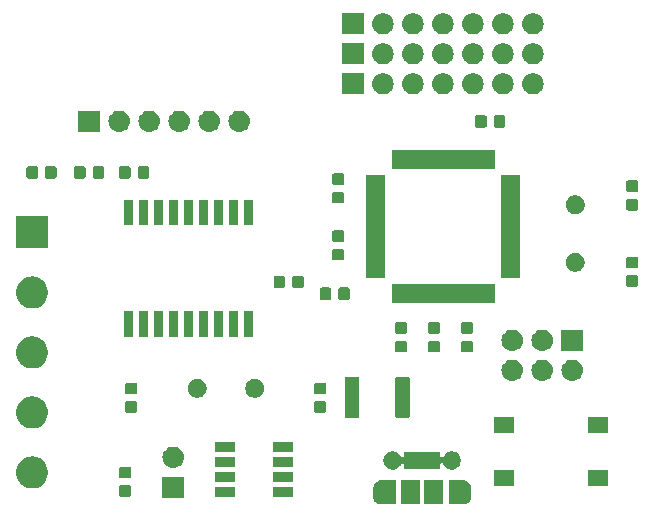
<source format=gbr>
G04 #@! TF.GenerationSoftware,KiCad,Pcbnew,(5.0.1)-4*
G04 #@! TF.CreationDate,2019-07-04T23:41:43-04:00*
G04 #@! TF.ProjectId,Receiver Board,526563656976657220426F6172642E6B,rev?*
G04 #@! TF.SameCoordinates,Original*
G04 #@! TF.FileFunction,Soldermask,Top*
G04 #@! TF.FilePolarity,Negative*
%FSLAX46Y46*%
G04 Gerber Fmt 4.6, Leading zero omitted, Abs format (unit mm)*
G04 Created by KiCad (PCBNEW (5.0.1)-4) date 7/4/2019 11:41:43 PM*
%MOMM*%
%LPD*%
G01*
G04 APERTURE LIST*
%ADD10C,0.100000*%
G04 APERTURE END LIST*
D10*
G36*
X158323862Y-72054398D02*
X158336114Y-72055000D01*
X159549000Y-72055000D01*
X159549000Y-74057000D01*
X158336114Y-74057000D01*
X158323862Y-74057602D01*
X158298000Y-74060149D01*
X158272138Y-74057602D01*
X158259886Y-74057000D01*
X158186593Y-74057000D01*
X158169835Y-74048043D01*
X158158292Y-74043913D01*
X158095118Y-74024749D01*
X158047667Y-74010355D01*
X157934576Y-73949906D01*
X157934574Y-73949905D01*
X157835447Y-73868553D01*
X157754095Y-73769425D01*
X157693646Y-73656333D01*
X157693645Y-73656332D01*
X157681237Y-73615426D01*
X157656420Y-73533617D01*
X157647000Y-73437972D01*
X157647000Y-72674027D01*
X157656420Y-72578382D01*
X157658074Y-72572931D01*
X157682735Y-72491633D01*
X157693645Y-72455668D01*
X157754096Y-72342574D01*
X157835448Y-72243447D01*
X157934575Y-72162095D01*
X158047669Y-72101645D01*
X158158295Y-72068087D01*
X158180924Y-72058714D01*
X158186482Y-72055000D01*
X158259886Y-72055000D01*
X158272138Y-72054398D01*
X158298000Y-72051851D01*
X158323862Y-72054398D01*
X158323862Y-72054398D01*
G37*
G36*
X165323862Y-72054398D02*
X165336114Y-72055000D01*
X165409405Y-72055000D01*
X165426165Y-72063958D01*
X165437695Y-72068084D01*
X165548331Y-72101645D01*
X165661425Y-72162095D01*
X165661427Y-72162096D01*
X165661426Y-72162096D01*
X165750523Y-72235215D01*
X165760553Y-72243447D01*
X165841905Y-72342574D01*
X165841906Y-72342576D01*
X165902355Y-72455667D01*
X165908187Y-72474893D01*
X165939580Y-72578382D01*
X165949000Y-72674027D01*
X165949000Y-73437973D01*
X165939580Y-73533618D01*
X165936127Y-73545000D01*
X165902355Y-73656333D01*
X165848819Y-73756491D01*
X165841905Y-73769426D01*
X165760553Y-73868553D01*
X165661426Y-73949905D01*
X165661424Y-73949906D01*
X165548333Y-74010355D01*
X165500882Y-74024749D01*
X165437711Y-74043912D01*
X165415076Y-74053288D01*
X165409520Y-74057000D01*
X165336114Y-74057000D01*
X165323862Y-74057602D01*
X165298000Y-74060149D01*
X165272138Y-74057602D01*
X165259886Y-74057000D01*
X164047000Y-74057000D01*
X164047000Y-72055000D01*
X165259886Y-72055000D01*
X165272138Y-72054398D01*
X165298000Y-72051851D01*
X165323862Y-72054398D01*
X165323862Y-72054398D01*
G37*
G36*
X161599000Y-74057000D02*
X159997000Y-74057000D01*
X159997000Y-72055000D01*
X161599000Y-72055000D01*
X161599000Y-74057000D01*
X161599000Y-74057000D01*
G37*
G36*
X163599000Y-74057000D02*
X161997000Y-74057000D01*
X161997000Y-72055000D01*
X163599000Y-72055000D01*
X163599000Y-74057000D01*
X163599000Y-74057000D01*
G37*
G36*
X141617000Y-73545000D02*
X139815000Y-73545000D01*
X139815000Y-71743000D01*
X141617000Y-71743000D01*
X141617000Y-73545000D01*
X141617000Y-73545000D01*
G37*
G36*
X137031591Y-72464585D02*
X137065569Y-72474893D01*
X137096887Y-72491633D01*
X137124339Y-72514161D01*
X137146867Y-72541613D01*
X137163607Y-72572931D01*
X137173915Y-72606909D01*
X137178000Y-72648390D01*
X137178000Y-73249610D01*
X137173915Y-73291091D01*
X137163607Y-73325069D01*
X137146867Y-73356387D01*
X137124339Y-73383839D01*
X137096887Y-73406367D01*
X137065569Y-73423107D01*
X137031591Y-73433415D01*
X136990110Y-73437500D01*
X136313890Y-73437500D01*
X136272409Y-73433415D01*
X136238431Y-73423107D01*
X136207113Y-73406367D01*
X136179661Y-73383839D01*
X136157133Y-73356387D01*
X136140393Y-73325069D01*
X136130085Y-73291091D01*
X136126000Y-73249610D01*
X136126000Y-72648390D01*
X136130085Y-72606909D01*
X136140393Y-72572931D01*
X136157133Y-72541613D01*
X136179661Y-72514161D01*
X136207113Y-72491633D01*
X136238431Y-72474893D01*
X136272409Y-72464585D01*
X136313890Y-72460500D01*
X136990110Y-72460500D01*
X137031591Y-72464585D01*
X137031591Y-72464585D01*
G37*
G36*
X150890000Y-73426000D02*
X149188000Y-73426000D01*
X149188000Y-72624000D01*
X150890000Y-72624000D01*
X150890000Y-73426000D01*
X150890000Y-73426000D01*
G37*
G36*
X145960000Y-73426000D02*
X144258000Y-73426000D01*
X144258000Y-72624000D01*
X145960000Y-72624000D01*
X145960000Y-73426000D01*
X145960000Y-73426000D01*
G37*
G36*
X128990087Y-70038719D02*
X129172072Y-70074918D01*
X129417939Y-70176759D01*
X129573384Y-70280625D01*
X129639215Y-70324612D01*
X129827388Y-70512785D01*
X129827390Y-70512788D01*
X129975241Y-70734061D01*
X130077082Y-70979928D01*
X130129000Y-71240938D01*
X130129000Y-71507062D01*
X130077082Y-71768072D01*
X129975241Y-72013939D01*
X129827890Y-72234464D01*
X129827388Y-72235215D01*
X129639215Y-72423388D01*
X129639212Y-72423390D01*
X129417939Y-72571241D01*
X129172072Y-72673082D01*
X129041567Y-72699041D01*
X128911063Y-72725000D01*
X128644937Y-72725000D01*
X128514433Y-72699041D01*
X128383928Y-72673082D01*
X128138061Y-72571241D01*
X127916788Y-72423390D01*
X127916785Y-72423388D01*
X127728612Y-72235215D01*
X127728110Y-72234464D01*
X127580759Y-72013939D01*
X127478918Y-71768072D01*
X127427000Y-71507062D01*
X127427000Y-71240938D01*
X127478918Y-70979928D01*
X127580759Y-70734061D01*
X127728610Y-70512788D01*
X127728612Y-70512785D01*
X127916785Y-70324612D01*
X127982616Y-70280625D01*
X128138061Y-70176759D01*
X128383928Y-70074918D01*
X128565913Y-70038719D01*
X128644937Y-70023000D01*
X128911063Y-70023000D01*
X128990087Y-70038719D01*
X128990087Y-70038719D01*
G37*
G36*
X177526000Y-72547000D02*
X175874000Y-72547000D01*
X175874000Y-71145000D01*
X177526000Y-71145000D01*
X177526000Y-72547000D01*
X177526000Y-72547000D01*
G37*
G36*
X169566000Y-72547000D02*
X167914000Y-72547000D01*
X167914000Y-71145000D01*
X169566000Y-71145000D01*
X169566000Y-72547000D01*
X169566000Y-72547000D01*
G37*
G36*
X150890000Y-72156000D02*
X149188000Y-72156000D01*
X149188000Y-71354000D01*
X150890000Y-71354000D01*
X150890000Y-72156000D01*
X150890000Y-72156000D01*
G37*
G36*
X145960000Y-72156000D02*
X144258000Y-72156000D01*
X144258000Y-71354000D01*
X145960000Y-71354000D01*
X145960000Y-72156000D01*
X145960000Y-72156000D01*
G37*
G36*
X137031591Y-70889585D02*
X137065569Y-70899893D01*
X137096887Y-70916633D01*
X137124339Y-70939161D01*
X137146867Y-70966613D01*
X137163607Y-70997931D01*
X137173915Y-71031909D01*
X137178000Y-71073390D01*
X137178000Y-71674610D01*
X137173915Y-71716091D01*
X137163607Y-71750069D01*
X137146867Y-71781387D01*
X137124339Y-71808839D01*
X137096887Y-71831367D01*
X137065569Y-71848107D01*
X137031591Y-71858415D01*
X136990110Y-71862500D01*
X136313890Y-71862500D01*
X136272409Y-71858415D01*
X136238431Y-71848107D01*
X136207113Y-71831367D01*
X136179661Y-71808839D01*
X136157133Y-71781387D01*
X136140393Y-71750069D01*
X136130085Y-71716091D01*
X136126000Y-71674610D01*
X136126000Y-71073390D01*
X136130085Y-71031909D01*
X136140393Y-70997931D01*
X136157133Y-70966613D01*
X136179661Y-70939161D01*
X136207113Y-70916633D01*
X136238431Y-70899893D01*
X136272409Y-70889585D01*
X136313890Y-70885500D01*
X136990110Y-70885500D01*
X137031591Y-70889585D01*
X137031591Y-70889585D01*
G37*
G36*
X159524349Y-69609820D02*
X159524352Y-69609821D01*
X159524351Y-69609821D01*
X159665574Y-69668317D01*
X159665575Y-69668318D01*
X159792674Y-69753243D01*
X159900757Y-69861326D01*
X159900759Y-69861329D01*
X159985683Y-69988426D01*
X159986701Y-69990884D01*
X160006515Y-70038720D01*
X160018067Y-70060331D01*
X160033612Y-70079273D01*
X160052554Y-70094818D01*
X160074165Y-70106369D01*
X160097614Y-70113482D01*
X160122000Y-70115884D01*
X160146387Y-70113482D01*
X160169836Y-70106369D01*
X160191447Y-70094817D01*
X160210389Y-70079272D01*
X160225934Y-70060330D01*
X160237485Y-70038719D01*
X160244598Y-70015270D01*
X160247000Y-69990884D01*
X160247000Y-69630000D01*
X163349000Y-69630000D01*
X163349000Y-69990884D01*
X163351402Y-70015270D01*
X163358515Y-70038719D01*
X163370066Y-70060330D01*
X163385612Y-70079272D01*
X163404554Y-70094818D01*
X163426165Y-70106369D01*
X163449614Y-70113482D01*
X163474000Y-70115884D01*
X163498386Y-70113482D01*
X163521835Y-70106369D01*
X163543446Y-70094818D01*
X163562388Y-70079272D01*
X163577934Y-70060330D01*
X163589485Y-70038720D01*
X163609299Y-69990884D01*
X163610317Y-69988426D01*
X163695241Y-69861329D01*
X163695243Y-69861326D01*
X163803326Y-69753243D01*
X163930425Y-69668318D01*
X163930426Y-69668317D01*
X164071649Y-69609821D01*
X164071648Y-69609821D01*
X164071651Y-69609820D01*
X164221569Y-69580000D01*
X164374431Y-69580000D01*
X164524349Y-69609820D01*
X164524352Y-69609821D01*
X164524351Y-69609821D01*
X164665574Y-69668317D01*
X164665575Y-69668318D01*
X164792674Y-69753243D01*
X164900757Y-69861326D01*
X164900759Y-69861329D01*
X164985683Y-69988426D01*
X164986701Y-69990884D01*
X165044180Y-70129651D01*
X165074000Y-70279569D01*
X165074000Y-70432431D01*
X165044180Y-70582349D01*
X165034536Y-70605631D01*
X164985683Y-70723574D01*
X164978674Y-70734063D01*
X164900757Y-70850674D01*
X164792674Y-70958757D01*
X164792671Y-70958759D01*
X164665574Y-71043683D01*
X164593854Y-71073390D01*
X164524349Y-71102180D01*
X164374431Y-71132000D01*
X164221569Y-71132000D01*
X164071651Y-71102180D01*
X164002146Y-71073390D01*
X163930426Y-71043683D01*
X163803329Y-70958759D01*
X163803326Y-70958757D01*
X163695243Y-70850674D01*
X163617326Y-70734063D01*
X163610317Y-70723574D01*
X163589484Y-70673278D01*
X163577933Y-70651669D01*
X163562388Y-70632727D01*
X163543446Y-70617182D01*
X163521835Y-70605631D01*
X163498386Y-70598518D01*
X163474000Y-70596116D01*
X163449613Y-70598518D01*
X163426164Y-70605631D01*
X163404553Y-70617183D01*
X163385611Y-70632728D01*
X163370066Y-70651670D01*
X163358515Y-70673281D01*
X163351402Y-70696730D01*
X163349000Y-70721116D01*
X163349000Y-71082000D01*
X160247000Y-71082000D01*
X160247000Y-70721116D01*
X160244598Y-70696730D01*
X160237485Y-70673281D01*
X160225934Y-70651670D01*
X160210388Y-70632728D01*
X160191446Y-70617182D01*
X160169835Y-70605631D01*
X160146386Y-70598518D01*
X160122000Y-70596116D01*
X160097614Y-70598518D01*
X160074165Y-70605631D01*
X160052554Y-70617182D01*
X160033612Y-70632728D01*
X160018066Y-70651670D01*
X160006516Y-70673278D01*
X159985683Y-70723574D01*
X159978674Y-70734063D01*
X159900757Y-70850674D01*
X159792674Y-70958757D01*
X159792671Y-70958759D01*
X159665574Y-71043683D01*
X159593854Y-71073390D01*
X159524349Y-71102180D01*
X159374431Y-71132000D01*
X159221569Y-71132000D01*
X159071651Y-71102180D01*
X159002146Y-71073390D01*
X158930426Y-71043683D01*
X158803329Y-70958759D01*
X158803326Y-70958757D01*
X158695243Y-70850674D01*
X158617326Y-70734063D01*
X158610317Y-70723574D01*
X158561464Y-70605631D01*
X158551820Y-70582349D01*
X158522000Y-70432431D01*
X158522000Y-70279569D01*
X158551820Y-70129651D01*
X158609299Y-69990884D01*
X158610317Y-69988426D01*
X158695241Y-69861329D01*
X158695243Y-69861326D01*
X158803326Y-69753243D01*
X158930425Y-69668318D01*
X158930426Y-69668317D01*
X159071649Y-69609821D01*
X159071648Y-69609821D01*
X159071651Y-69609820D01*
X159221569Y-69580000D01*
X159374431Y-69580000D01*
X159524349Y-69609820D01*
X159524349Y-69609820D01*
G37*
G36*
X140826443Y-69209519D02*
X140892627Y-69216037D01*
X141005853Y-69250384D01*
X141062467Y-69267557D01*
X141201087Y-69341652D01*
X141218991Y-69351222D01*
X141254729Y-69380552D01*
X141356186Y-69463814D01*
X141439448Y-69565271D01*
X141468778Y-69601009D01*
X141468779Y-69601011D01*
X141552443Y-69757533D01*
X141552443Y-69757534D01*
X141603963Y-69927373D01*
X141621359Y-70104000D01*
X141603963Y-70280627D01*
X141590621Y-70324610D01*
X141552443Y-70450467D01*
X141519133Y-70512785D01*
X141468778Y-70606991D01*
X141447657Y-70632727D01*
X141356186Y-70744186D01*
X141254729Y-70827448D01*
X141218991Y-70856778D01*
X141218989Y-70856779D01*
X141062467Y-70940443D01*
X141007756Y-70957039D01*
X140892627Y-70991963D01*
X140832032Y-70997931D01*
X140760260Y-71005000D01*
X140671740Y-71005000D01*
X140599968Y-70997931D01*
X140539373Y-70991963D01*
X140424244Y-70957039D01*
X140369533Y-70940443D01*
X140213011Y-70856779D01*
X140213009Y-70856778D01*
X140177271Y-70827448D01*
X140075814Y-70744186D01*
X139984343Y-70632727D01*
X139963222Y-70606991D01*
X139912867Y-70512785D01*
X139879557Y-70450467D01*
X139841379Y-70324610D01*
X139828037Y-70280627D01*
X139810641Y-70104000D01*
X139828037Y-69927373D01*
X139879557Y-69757534D01*
X139879557Y-69757533D01*
X139963221Y-69601011D01*
X139963222Y-69601009D01*
X139992552Y-69565271D01*
X140075814Y-69463814D01*
X140177271Y-69380552D01*
X140213009Y-69351222D01*
X140230913Y-69341652D01*
X140369533Y-69267557D01*
X140426147Y-69250384D01*
X140539373Y-69216037D01*
X140605557Y-69209519D01*
X140671740Y-69203000D01*
X140760260Y-69203000D01*
X140826443Y-69209519D01*
X140826443Y-69209519D01*
G37*
G36*
X145960000Y-70886000D02*
X144258000Y-70886000D01*
X144258000Y-70084000D01*
X145960000Y-70084000D01*
X145960000Y-70886000D01*
X145960000Y-70886000D01*
G37*
G36*
X150890000Y-70886000D02*
X149188000Y-70886000D01*
X149188000Y-70084000D01*
X150890000Y-70084000D01*
X150890000Y-70886000D01*
X150890000Y-70886000D01*
G37*
G36*
X150890000Y-69616000D02*
X149188000Y-69616000D01*
X149188000Y-68814000D01*
X150890000Y-68814000D01*
X150890000Y-69616000D01*
X150890000Y-69616000D01*
G37*
G36*
X145960000Y-69616000D02*
X144258000Y-69616000D01*
X144258000Y-68814000D01*
X145960000Y-68814000D01*
X145960000Y-69616000D01*
X145960000Y-69616000D01*
G37*
G36*
X169566000Y-68047000D02*
X167914000Y-68047000D01*
X167914000Y-66645000D01*
X169566000Y-66645000D01*
X169566000Y-68047000D01*
X169566000Y-68047000D01*
G37*
G36*
X177526000Y-68047000D02*
X175874000Y-68047000D01*
X175874000Y-66645000D01*
X177526000Y-66645000D01*
X177526000Y-68047000D01*
X177526000Y-68047000D01*
G37*
G36*
X129041567Y-64968959D02*
X129172072Y-64994918D01*
X129417939Y-65096759D01*
X129638464Y-65244110D01*
X129639215Y-65244612D01*
X129827388Y-65432785D01*
X129827390Y-65432788D01*
X129975241Y-65654061D01*
X130077082Y-65899928D01*
X130077082Y-65899929D01*
X130122628Y-66128901D01*
X130129000Y-66160938D01*
X130129000Y-66427062D01*
X130077082Y-66688072D01*
X129975241Y-66933939D01*
X129827890Y-67154464D01*
X129827388Y-67155215D01*
X129639215Y-67343388D01*
X129639212Y-67343390D01*
X129417939Y-67491241D01*
X129172072Y-67593082D01*
X129041567Y-67619041D01*
X128911063Y-67645000D01*
X128644937Y-67645000D01*
X128514433Y-67619041D01*
X128383928Y-67593082D01*
X128138061Y-67491241D01*
X127916788Y-67343390D01*
X127916785Y-67343388D01*
X127728612Y-67155215D01*
X127728110Y-67154464D01*
X127580759Y-66933939D01*
X127478918Y-66688072D01*
X127427000Y-66427062D01*
X127427000Y-66160938D01*
X127433373Y-66128901D01*
X127478918Y-65899929D01*
X127478918Y-65899928D01*
X127580759Y-65654061D01*
X127728610Y-65432788D01*
X127728612Y-65432785D01*
X127916785Y-65244612D01*
X127917536Y-65244110D01*
X128138061Y-65096759D01*
X128383928Y-64994918D01*
X128514433Y-64968959D01*
X128644937Y-64943000D01*
X128911063Y-64943000D01*
X129041567Y-64968959D01*
X129041567Y-64968959D01*
G37*
G36*
X160585308Y-63277498D02*
X160623317Y-63289028D01*
X160658348Y-63307753D01*
X160689050Y-63332950D01*
X160714247Y-63363652D01*
X160732972Y-63398683D01*
X160744502Y-63436692D01*
X160749000Y-63482362D01*
X160749000Y-66565638D01*
X160744502Y-66611308D01*
X160732972Y-66649317D01*
X160714247Y-66684348D01*
X160689050Y-66715050D01*
X160658348Y-66740247D01*
X160623317Y-66758972D01*
X160585308Y-66770502D01*
X160539638Y-66775000D01*
X159731362Y-66775000D01*
X159685692Y-66770502D01*
X159647683Y-66758972D01*
X159612652Y-66740247D01*
X159581950Y-66715050D01*
X159556753Y-66684348D01*
X159538028Y-66649317D01*
X159526498Y-66611308D01*
X159522000Y-66565638D01*
X159522000Y-63482362D01*
X159526498Y-63436692D01*
X159538028Y-63398683D01*
X159556753Y-63363652D01*
X159581950Y-63332950D01*
X159612652Y-63307753D01*
X159647683Y-63289028D01*
X159685692Y-63277498D01*
X159731362Y-63273000D01*
X160539638Y-63273000D01*
X160585308Y-63277498D01*
X160585308Y-63277498D01*
G37*
G36*
X156310308Y-63277498D02*
X156348317Y-63289028D01*
X156383348Y-63307753D01*
X156414050Y-63332950D01*
X156439247Y-63363652D01*
X156457972Y-63398683D01*
X156469502Y-63436692D01*
X156474000Y-63482362D01*
X156474000Y-66565638D01*
X156469502Y-66611308D01*
X156457972Y-66649317D01*
X156439247Y-66684348D01*
X156414050Y-66715050D01*
X156383348Y-66740247D01*
X156348317Y-66758972D01*
X156310308Y-66770502D01*
X156264638Y-66775000D01*
X155456362Y-66775000D01*
X155410692Y-66770502D01*
X155372683Y-66758972D01*
X155337652Y-66740247D01*
X155306950Y-66715050D01*
X155281753Y-66684348D01*
X155263028Y-66649317D01*
X155251498Y-66611308D01*
X155247000Y-66565638D01*
X155247000Y-63482362D01*
X155251498Y-63436692D01*
X155263028Y-63398683D01*
X155281753Y-63363652D01*
X155306950Y-63332950D01*
X155337652Y-63307753D01*
X155372683Y-63289028D01*
X155410692Y-63277498D01*
X155456362Y-63273000D01*
X156264638Y-63273000D01*
X156310308Y-63277498D01*
X156310308Y-63277498D01*
G37*
G36*
X137539591Y-65352585D02*
X137573569Y-65362893D01*
X137604887Y-65379633D01*
X137632339Y-65402161D01*
X137654867Y-65429613D01*
X137671607Y-65460931D01*
X137681915Y-65494909D01*
X137686000Y-65536390D01*
X137686000Y-66137610D01*
X137681915Y-66179091D01*
X137671607Y-66213069D01*
X137654867Y-66244387D01*
X137632339Y-66271839D01*
X137604887Y-66294367D01*
X137573569Y-66311107D01*
X137539591Y-66321415D01*
X137498110Y-66325500D01*
X136821890Y-66325500D01*
X136780409Y-66321415D01*
X136746431Y-66311107D01*
X136715113Y-66294367D01*
X136687661Y-66271839D01*
X136665133Y-66244387D01*
X136648393Y-66213069D01*
X136638085Y-66179091D01*
X136634000Y-66137610D01*
X136634000Y-65536390D01*
X136638085Y-65494909D01*
X136648393Y-65460931D01*
X136665133Y-65429613D01*
X136687661Y-65402161D01*
X136715113Y-65379633D01*
X136746431Y-65362893D01*
X136780409Y-65352585D01*
X136821890Y-65348500D01*
X137498110Y-65348500D01*
X137539591Y-65352585D01*
X137539591Y-65352585D01*
G37*
G36*
X153541591Y-65352585D02*
X153575569Y-65362893D01*
X153606887Y-65379633D01*
X153634339Y-65402161D01*
X153656867Y-65429613D01*
X153673607Y-65460931D01*
X153683915Y-65494909D01*
X153688000Y-65536390D01*
X153688000Y-66137610D01*
X153683915Y-66179091D01*
X153673607Y-66213069D01*
X153656867Y-66244387D01*
X153634339Y-66271839D01*
X153606887Y-66294367D01*
X153575569Y-66311107D01*
X153541591Y-66321415D01*
X153500110Y-66325500D01*
X152823890Y-66325500D01*
X152782409Y-66321415D01*
X152748431Y-66311107D01*
X152717113Y-66294367D01*
X152689661Y-66271839D01*
X152667133Y-66244387D01*
X152650393Y-66213069D01*
X152640085Y-66179091D01*
X152636000Y-66137610D01*
X152636000Y-65536390D01*
X152640085Y-65494909D01*
X152650393Y-65460931D01*
X152667133Y-65429613D01*
X152689661Y-65402161D01*
X152717113Y-65379633D01*
X152748431Y-65362893D01*
X152782409Y-65352585D01*
X152823890Y-65348500D01*
X153500110Y-65348500D01*
X153541591Y-65352585D01*
X153541591Y-65352585D01*
G37*
G36*
X142981643Y-63491781D02*
X143127415Y-63552162D01*
X143258611Y-63639824D01*
X143370176Y-63751389D01*
X143457838Y-63882585D01*
X143518219Y-64028357D01*
X143549000Y-64183107D01*
X143549000Y-64340893D01*
X143518219Y-64495643D01*
X143457838Y-64641415D01*
X143370176Y-64772611D01*
X143258611Y-64884176D01*
X143127415Y-64971838D01*
X142981643Y-65032219D01*
X142826893Y-65063000D01*
X142669107Y-65063000D01*
X142514357Y-65032219D01*
X142368585Y-64971838D01*
X142237389Y-64884176D01*
X142125824Y-64772611D01*
X142038162Y-64641415D01*
X141977781Y-64495643D01*
X141947000Y-64340893D01*
X141947000Y-64183107D01*
X141977781Y-64028357D01*
X142038162Y-63882585D01*
X142125824Y-63751389D01*
X142237389Y-63639824D01*
X142368585Y-63552162D01*
X142514357Y-63491781D01*
X142669107Y-63461000D01*
X142826893Y-63461000D01*
X142981643Y-63491781D01*
X142981643Y-63491781D01*
G37*
G36*
X147861643Y-63491781D02*
X148007415Y-63552162D01*
X148138611Y-63639824D01*
X148250176Y-63751389D01*
X148337838Y-63882585D01*
X148398219Y-64028357D01*
X148429000Y-64183107D01*
X148429000Y-64340893D01*
X148398219Y-64495643D01*
X148337838Y-64641415D01*
X148250176Y-64772611D01*
X148138611Y-64884176D01*
X148007415Y-64971838D01*
X147861643Y-65032219D01*
X147706893Y-65063000D01*
X147549107Y-65063000D01*
X147394357Y-65032219D01*
X147248585Y-64971838D01*
X147117389Y-64884176D01*
X147005824Y-64772611D01*
X146918162Y-64641415D01*
X146857781Y-64495643D01*
X146827000Y-64340893D01*
X146827000Y-64183107D01*
X146857781Y-64028357D01*
X146918162Y-63882585D01*
X147005824Y-63751389D01*
X147117389Y-63639824D01*
X147248585Y-63552162D01*
X147394357Y-63491781D01*
X147549107Y-63461000D01*
X147706893Y-63461000D01*
X147861643Y-63491781D01*
X147861643Y-63491781D01*
G37*
G36*
X153541591Y-63777585D02*
X153575569Y-63787893D01*
X153606887Y-63804633D01*
X153634339Y-63827161D01*
X153656867Y-63854613D01*
X153673607Y-63885931D01*
X153683915Y-63919909D01*
X153688000Y-63961390D01*
X153688000Y-64562610D01*
X153683915Y-64604091D01*
X153673607Y-64638069D01*
X153656867Y-64669387D01*
X153634339Y-64696839D01*
X153606887Y-64719367D01*
X153575569Y-64736107D01*
X153541591Y-64746415D01*
X153500110Y-64750500D01*
X152823890Y-64750500D01*
X152782409Y-64746415D01*
X152748431Y-64736107D01*
X152717113Y-64719367D01*
X152689661Y-64696839D01*
X152667133Y-64669387D01*
X152650393Y-64638069D01*
X152640085Y-64604091D01*
X152636000Y-64562610D01*
X152636000Y-63961390D01*
X152640085Y-63919909D01*
X152650393Y-63885931D01*
X152667133Y-63854613D01*
X152689661Y-63827161D01*
X152717113Y-63804633D01*
X152748431Y-63787893D01*
X152782409Y-63777585D01*
X152823890Y-63773500D01*
X153500110Y-63773500D01*
X153541591Y-63777585D01*
X153541591Y-63777585D01*
G37*
G36*
X137539591Y-63777585D02*
X137573569Y-63787893D01*
X137604887Y-63804633D01*
X137632339Y-63827161D01*
X137654867Y-63854613D01*
X137671607Y-63885931D01*
X137681915Y-63919909D01*
X137686000Y-63961390D01*
X137686000Y-64562610D01*
X137681915Y-64604091D01*
X137671607Y-64638069D01*
X137654867Y-64669387D01*
X137632339Y-64696839D01*
X137604887Y-64719367D01*
X137573569Y-64736107D01*
X137539591Y-64746415D01*
X137498110Y-64750500D01*
X136821890Y-64750500D01*
X136780409Y-64746415D01*
X136746431Y-64736107D01*
X136715113Y-64719367D01*
X136687661Y-64696839D01*
X136665133Y-64669387D01*
X136648393Y-64638069D01*
X136638085Y-64604091D01*
X136634000Y-64562610D01*
X136634000Y-63961390D01*
X136638085Y-63919909D01*
X136648393Y-63885931D01*
X136665133Y-63854613D01*
X136687661Y-63827161D01*
X136715113Y-63804633D01*
X136746431Y-63787893D01*
X136780409Y-63777585D01*
X136821890Y-63773500D01*
X137498110Y-63773500D01*
X137539591Y-63777585D01*
X137539591Y-63777585D01*
G37*
G36*
X169528443Y-61843519D02*
X169594627Y-61850037D01*
X169707853Y-61884384D01*
X169764467Y-61901557D01*
X169903087Y-61975652D01*
X169920991Y-61985222D01*
X169956729Y-62014552D01*
X170058186Y-62097814D01*
X170141448Y-62199271D01*
X170170778Y-62235009D01*
X170170779Y-62235011D01*
X170254443Y-62391533D01*
X170254443Y-62391534D01*
X170305963Y-62561373D01*
X170323359Y-62738000D01*
X170305963Y-62914627D01*
X170271616Y-63027853D01*
X170254443Y-63084467D01*
X170180348Y-63223087D01*
X170170778Y-63240991D01*
X170144509Y-63273000D01*
X170058186Y-63378186D01*
X169957275Y-63461000D01*
X169920991Y-63490778D01*
X169919113Y-63491782D01*
X169764467Y-63574443D01*
X169707853Y-63591616D01*
X169594627Y-63625963D01*
X169528443Y-63632481D01*
X169462260Y-63639000D01*
X169373740Y-63639000D01*
X169307557Y-63632481D01*
X169241373Y-63625963D01*
X169128147Y-63591616D01*
X169071533Y-63574443D01*
X168916887Y-63491782D01*
X168915009Y-63490778D01*
X168878725Y-63461000D01*
X168777814Y-63378186D01*
X168691491Y-63273000D01*
X168665222Y-63240991D01*
X168655652Y-63223087D01*
X168581557Y-63084467D01*
X168564384Y-63027853D01*
X168530037Y-62914627D01*
X168512641Y-62738000D01*
X168530037Y-62561373D01*
X168581557Y-62391534D01*
X168581557Y-62391533D01*
X168665221Y-62235011D01*
X168665222Y-62235009D01*
X168694552Y-62199271D01*
X168777814Y-62097814D01*
X168879271Y-62014552D01*
X168915009Y-61985222D01*
X168932913Y-61975652D01*
X169071533Y-61901557D01*
X169128147Y-61884384D01*
X169241373Y-61850037D01*
X169307557Y-61843519D01*
X169373740Y-61837000D01*
X169462260Y-61837000D01*
X169528443Y-61843519D01*
X169528443Y-61843519D01*
G37*
G36*
X174608443Y-61843519D02*
X174674627Y-61850037D01*
X174787853Y-61884384D01*
X174844467Y-61901557D01*
X174983087Y-61975652D01*
X175000991Y-61985222D01*
X175036729Y-62014552D01*
X175138186Y-62097814D01*
X175221448Y-62199271D01*
X175250778Y-62235009D01*
X175250779Y-62235011D01*
X175334443Y-62391533D01*
X175334443Y-62391534D01*
X175385963Y-62561373D01*
X175403359Y-62738000D01*
X175385963Y-62914627D01*
X175351616Y-63027853D01*
X175334443Y-63084467D01*
X175260348Y-63223087D01*
X175250778Y-63240991D01*
X175224509Y-63273000D01*
X175138186Y-63378186D01*
X175037275Y-63461000D01*
X175000991Y-63490778D01*
X174999113Y-63491782D01*
X174844467Y-63574443D01*
X174787853Y-63591616D01*
X174674627Y-63625963D01*
X174608443Y-63632481D01*
X174542260Y-63639000D01*
X174453740Y-63639000D01*
X174387557Y-63632481D01*
X174321373Y-63625963D01*
X174208147Y-63591616D01*
X174151533Y-63574443D01*
X173996887Y-63491782D01*
X173995009Y-63490778D01*
X173958725Y-63461000D01*
X173857814Y-63378186D01*
X173771491Y-63273000D01*
X173745222Y-63240991D01*
X173735652Y-63223087D01*
X173661557Y-63084467D01*
X173644384Y-63027853D01*
X173610037Y-62914627D01*
X173592641Y-62738000D01*
X173610037Y-62561373D01*
X173661557Y-62391534D01*
X173661557Y-62391533D01*
X173745221Y-62235011D01*
X173745222Y-62235009D01*
X173774552Y-62199271D01*
X173857814Y-62097814D01*
X173959271Y-62014552D01*
X173995009Y-61985222D01*
X174012913Y-61975652D01*
X174151533Y-61901557D01*
X174208147Y-61884384D01*
X174321373Y-61850037D01*
X174387557Y-61843519D01*
X174453740Y-61837000D01*
X174542260Y-61837000D01*
X174608443Y-61843519D01*
X174608443Y-61843519D01*
G37*
G36*
X172068443Y-61843519D02*
X172134627Y-61850037D01*
X172247853Y-61884384D01*
X172304467Y-61901557D01*
X172443087Y-61975652D01*
X172460991Y-61985222D01*
X172496729Y-62014552D01*
X172598186Y-62097814D01*
X172681448Y-62199271D01*
X172710778Y-62235009D01*
X172710779Y-62235011D01*
X172794443Y-62391533D01*
X172794443Y-62391534D01*
X172845963Y-62561373D01*
X172863359Y-62738000D01*
X172845963Y-62914627D01*
X172811616Y-63027853D01*
X172794443Y-63084467D01*
X172720348Y-63223087D01*
X172710778Y-63240991D01*
X172684509Y-63273000D01*
X172598186Y-63378186D01*
X172497275Y-63461000D01*
X172460991Y-63490778D01*
X172459113Y-63491782D01*
X172304467Y-63574443D01*
X172247853Y-63591616D01*
X172134627Y-63625963D01*
X172068443Y-63632481D01*
X172002260Y-63639000D01*
X171913740Y-63639000D01*
X171847557Y-63632481D01*
X171781373Y-63625963D01*
X171668147Y-63591616D01*
X171611533Y-63574443D01*
X171456887Y-63491782D01*
X171455009Y-63490778D01*
X171418725Y-63461000D01*
X171317814Y-63378186D01*
X171231491Y-63273000D01*
X171205222Y-63240991D01*
X171195652Y-63223087D01*
X171121557Y-63084467D01*
X171104384Y-63027853D01*
X171070037Y-62914627D01*
X171052641Y-62738000D01*
X171070037Y-62561373D01*
X171121557Y-62391534D01*
X171121557Y-62391533D01*
X171205221Y-62235011D01*
X171205222Y-62235009D01*
X171234552Y-62199271D01*
X171317814Y-62097814D01*
X171419271Y-62014552D01*
X171455009Y-61985222D01*
X171472913Y-61975652D01*
X171611533Y-61901557D01*
X171668147Y-61884384D01*
X171781373Y-61850037D01*
X171847557Y-61843519D01*
X171913740Y-61837000D01*
X172002260Y-61837000D01*
X172068443Y-61843519D01*
X172068443Y-61843519D01*
G37*
G36*
X129041567Y-59888959D02*
X129172072Y-59914918D01*
X129417939Y-60016759D01*
X129638464Y-60164110D01*
X129639215Y-60164612D01*
X129827388Y-60352785D01*
X129827390Y-60352788D01*
X129975241Y-60574061D01*
X130077082Y-60819928D01*
X130129000Y-61080938D01*
X130129000Y-61347062D01*
X130077082Y-61608072D01*
X129975241Y-61853939D01*
X129827890Y-62074464D01*
X129827388Y-62075215D01*
X129639215Y-62263388D01*
X129639212Y-62263390D01*
X129417939Y-62411241D01*
X129172072Y-62513082D01*
X129041567Y-62539041D01*
X128911063Y-62565000D01*
X128644937Y-62565000D01*
X128514433Y-62539041D01*
X128383928Y-62513082D01*
X128138061Y-62411241D01*
X127916788Y-62263390D01*
X127916785Y-62263388D01*
X127728612Y-62075215D01*
X127728110Y-62074464D01*
X127580759Y-61853939D01*
X127478918Y-61608072D01*
X127427000Y-61347062D01*
X127427000Y-61080938D01*
X127478918Y-60819928D01*
X127580759Y-60574061D01*
X127728610Y-60352788D01*
X127728612Y-60352785D01*
X127916785Y-60164612D01*
X127917536Y-60164110D01*
X128138061Y-60016759D01*
X128383928Y-59914918D01*
X128514433Y-59888959D01*
X128644937Y-59863000D01*
X128911063Y-59863000D01*
X129041567Y-59888959D01*
X129041567Y-59888959D01*
G37*
G36*
X160399591Y-60247085D02*
X160433569Y-60257393D01*
X160464887Y-60274133D01*
X160492339Y-60296661D01*
X160514867Y-60324113D01*
X160531607Y-60355431D01*
X160541915Y-60389409D01*
X160546000Y-60430890D01*
X160546000Y-61032110D01*
X160541915Y-61073591D01*
X160531607Y-61107569D01*
X160514867Y-61138887D01*
X160492339Y-61166339D01*
X160464887Y-61188867D01*
X160433569Y-61205607D01*
X160399591Y-61215915D01*
X160358110Y-61220000D01*
X159681890Y-61220000D01*
X159640409Y-61215915D01*
X159606431Y-61205607D01*
X159575113Y-61188867D01*
X159547661Y-61166339D01*
X159525133Y-61138887D01*
X159508393Y-61107569D01*
X159498085Y-61073591D01*
X159494000Y-61032110D01*
X159494000Y-60430890D01*
X159498085Y-60389409D01*
X159508393Y-60355431D01*
X159525133Y-60324113D01*
X159547661Y-60296661D01*
X159575113Y-60274133D01*
X159606431Y-60257393D01*
X159640409Y-60247085D01*
X159681890Y-60243000D01*
X160358110Y-60243000D01*
X160399591Y-60247085D01*
X160399591Y-60247085D01*
G37*
G36*
X163193591Y-60247085D02*
X163227569Y-60257393D01*
X163258887Y-60274133D01*
X163286339Y-60296661D01*
X163308867Y-60324113D01*
X163325607Y-60355431D01*
X163335915Y-60389409D01*
X163340000Y-60430890D01*
X163340000Y-61032110D01*
X163335915Y-61073591D01*
X163325607Y-61107569D01*
X163308867Y-61138887D01*
X163286339Y-61166339D01*
X163258887Y-61188867D01*
X163227569Y-61205607D01*
X163193591Y-61215915D01*
X163152110Y-61220000D01*
X162475890Y-61220000D01*
X162434409Y-61215915D01*
X162400431Y-61205607D01*
X162369113Y-61188867D01*
X162341661Y-61166339D01*
X162319133Y-61138887D01*
X162302393Y-61107569D01*
X162292085Y-61073591D01*
X162288000Y-61032110D01*
X162288000Y-60430890D01*
X162292085Y-60389409D01*
X162302393Y-60355431D01*
X162319133Y-60324113D01*
X162341661Y-60296661D01*
X162369113Y-60274133D01*
X162400431Y-60257393D01*
X162434409Y-60247085D01*
X162475890Y-60243000D01*
X163152110Y-60243000D01*
X163193591Y-60247085D01*
X163193591Y-60247085D01*
G37*
G36*
X165987591Y-60247085D02*
X166021569Y-60257393D01*
X166052887Y-60274133D01*
X166080339Y-60296661D01*
X166102867Y-60324113D01*
X166119607Y-60355431D01*
X166129915Y-60389409D01*
X166134000Y-60430890D01*
X166134000Y-61032110D01*
X166129915Y-61073591D01*
X166119607Y-61107569D01*
X166102867Y-61138887D01*
X166080339Y-61166339D01*
X166052887Y-61188867D01*
X166021569Y-61205607D01*
X165987591Y-61215915D01*
X165946110Y-61220000D01*
X165269890Y-61220000D01*
X165228409Y-61215915D01*
X165194431Y-61205607D01*
X165163113Y-61188867D01*
X165135661Y-61166339D01*
X165113133Y-61138887D01*
X165096393Y-61107569D01*
X165086085Y-61073591D01*
X165082000Y-61032110D01*
X165082000Y-60430890D01*
X165086085Y-60389409D01*
X165096393Y-60355431D01*
X165113133Y-60324113D01*
X165135661Y-60296661D01*
X165163113Y-60274133D01*
X165194431Y-60257393D01*
X165228409Y-60247085D01*
X165269890Y-60243000D01*
X165946110Y-60243000D01*
X165987591Y-60247085D01*
X165987591Y-60247085D01*
G37*
G36*
X172068442Y-59303518D02*
X172134627Y-59310037D01*
X172247853Y-59344384D01*
X172304467Y-59361557D01*
X172443087Y-59435652D01*
X172460991Y-59445222D01*
X172475476Y-59457110D01*
X172598186Y-59557814D01*
X172681448Y-59659271D01*
X172710778Y-59695009D01*
X172710779Y-59695011D01*
X172794443Y-59851533D01*
X172794443Y-59851534D01*
X172845963Y-60021373D01*
X172863359Y-60198000D01*
X172845963Y-60374627D01*
X172840153Y-60393780D01*
X172794443Y-60544467D01*
X172778624Y-60574061D01*
X172710778Y-60700991D01*
X172681448Y-60736729D01*
X172598186Y-60838186D01*
X172496729Y-60921448D01*
X172460991Y-60950778D01*
X172460989Y-60950779D01*
X172304467Y-61034443D01*
X172247853Y-61051616D01*
X172134627Y-61085963D01*
X172068442Y-61092482D01*
X172002260Y-61099000D01*
X171913740Y-61099000D01*
X171847558Y-61092482D01*
X171781373Y-61085963D01*
X171668147Y-61051616D01*
X171611533Y-61034443D01*
X171455011Y-60950779D01*
X171455009Y-60950778D01*
X171419271Y-60921448D01*
X171317814Y-60838186D01*
X171234552Y-60736729D01*
X171205222Y-60700991D01*
X171137376Y-60574061D01*
X171121557Y-60544467D01*
X171075847Y-60393780D01*
X171070037Y-60374627D01*
X171052641Y-60198000D01*
X171070037Y-60021373D01*
X171121557Y-59851534D01*
X171121557Y-59851533D01*
X171205221Y-59695011D01*
X171205222Y-59695009D01*
X171234552Y-59659271D01*
X171317814Y-59557814D01*
X171440524Y-59457110D01*
X171455009Y-59445222D01*
X171472913Y-59435652D01*
X171611533Y-59361557D01*
X171668147Y-59344384D01*
X171781373Y-59310037D01*
X171847558Y-59303518D01*
X171913740Y-59297000D01*
X172002260Y-59297000D01*
X172068442Y-59303518D01*
X172068442Y-59303518D01*
G37*
G36*
X175399000Y-61099000D02*
X173597000Y-61099000D01*
X173597000Y-59297000D01*
X175399000Y-59297000D01*
X175399000Y-61099000D01*
X175399000Y-61099000D01*
G37*
G36*
X169528442Y-59303518D02*
X169594627Y-59310037D01*
X169707853Y-59344384D01*
X169764467Y-59361557D01*
X169903087Y-59435652D01*
X169920991Y-59445222D01*
X169935476Y-59457110D01*
X170058186Y-59557814D01*
X170141448Y-59659271D01*
X170170778Y-59695009D01*
X170170779Y-59695011D01*
X170254443Y-59851533D01*
X170254443Y-59851534D01*
X170305963Y-60021373D01*
X170323359Y-60198000D01*
X170305963Y-60374627D01*
X170300153Y-60393780D01*
X170254443Y-60544467D01*
X170238624Y-60574061D01*
X170170778Y-60700991D01*
X170141448Y-60736729D01*
X170058186Y-60838186D01*
X169956729Y-60921448D01*
X169920991Y-60950778D01*
X169920989Y-60950779D01*
X169764467Y-61034443D01*
X169707853Y-61051616D01*
X169594627Y-61085963D01*
X169528442Y-61092482D01*
X169462260Y-61099000D01*
X169373740Y-61099000D01*
X169307558Y-61092482D01*
X169241373Y-61085963D01*
X169128147Y-61051616D01*
X169071533Y-61034443D01*
X168915011Y-60950779D01*
X168915009Y-60950778D01*
X168879271Y-60921448D01*
X168777814Y-60838186D01*
X168694552Y-60736729D01*
X168665222Y-60700991D01*
X168597376Y-60574061D01*
X168581557Y-60544467D01*
X168535847Y-60393780D01*
X168530037Y-60374627D01*
X168512641Y-60198000D01*
X168530037Y-60021373D01*
X168581557Y-59851534D01*
X168581557Y-59851533D01*
X168665221Y-59695011D01*
X168665222Y-59695009D01*
X168694552Y-59659271D01*
X168777814Y-59557814D01*
X168900524Y-59457110D01*
X168915009Y-59445222D01*
X168932913Y-59435652D01*
X169071533Y-59361557D01*
X169128147Y-59344384D01*
X169241373Y-59310037D01*
X169307558Y-59303518D01*
X169373740Y-59297000D01*
X169462260Y-59297000D01*
X169528442Y-59303518D01*
X169528442Y-59303518D01*
G37*
G36*
X139816000Y-59872000D02*
X139076000Y-59872000D01*
X139076000Y-57732000D01*
X139816000Y-57732000D01*
X139816000Y-59872000D01*
X139816000Y-59872000D01*
G37*
G36*
X146166000Y-59872000D02*
X145426000Y-59872000D01*
X145426000Y-57732000D01*
X146166000Y-57732000D01*
X146166000Y-59872000D01*
X146166000Y-59872000D01*
G37*
G36*
X143626000Y-59872000D02*
X142886000Y-59872000D01*
X142886000Y-57732000D01*
X143626000Y-57732000D01*
X143626000Y-59872000D01*
X143626000Y-59872000D01*
G37*
G36*
X144896000Y-59872000D02*
X144156000Y-59872000D01*
X144156000Y-57732000D01*
X144896000Y-57732000D01*
X144896000Y-59872000D01*
X144896000Y-59872000D01*
G37*
G36*
X142356000Y-59872000D02*
X141616000Y-59872000D01*
X141616000Y-57732000D01*
X142356000Y-57732000D01*
X142356000Y-59872000D01*
X142356000Y-59872000D01*
G37*
G36*
X141086000Y-59872000D02*
X140346000Y-59872000D01*
X140346000Y-57732000D01*
X141086000Y-57732000D01*
X141086000Y-59872000D01*
X141086000Y-59872000D01*
G37*
G36*
X147436000Y-59872000D02*
X146696000Y-59872000D01*
X146696000Y-57732000D01*
X147436000Y-57732000D01*
X147436000Y-59872000D01*
X147436000Y-59872000D01*
G37*
G36*
X137276000Y-59872000D02*
X136536000Y-59872000D01*
X136536000Y-57732000D01*
X137276000Y-57732000D01*
X137276000Y-59872000D01*
X137276000Y-59872000D01*
G37*
G36*
X138546000Y-59872000D02*
X137806000Y-59872000D01*
X137806000Y-57732000D01*
X138546000Y-57732000D01*
X138546000Y-59872000D01*
X138546000Y-59872000D01*
G37*
G36*
X165987591Y-58672085D02*
X166021569Y-58682393D01*
X166052887Y-58699133D01*
X166080339Y-58721661D01*
X166102867Y-58749113D01*
X166119607Y-58780431D01*
X166129915Y-58814409D01*
X166134000Y-58855890D01*
X166134000Y-59457110D01*
X166129915Y-59498591D01*
X166119607Y-59532569D01*
X166102867Y-59563887D01*
X166080339Y-59591339D01*
X166052887Y-59613867D01*
X166021569Y-59630607D01*
X165987591Y-59640915D01*
X165946110Y-59645000D01*
X165269890Y-59645000D01*
X165228409Y-59640915D01*
X165194431Y-59630607D01*
X165163113Y-59613867D01*
X165135661Y-59591339D01*
X165113133Y-59563887D01*
X165096393Y-59532569D01*
X165086085Y-59498591D01*
X165082000Y-59457110D01*
X165082000Y-58855890D01*
X165086085Y-58814409D01*
X165096393Y-58780431D01*
X165113133Y-58749113D01*
X165135661Y-58721661D01*
X165163113Y-58699133D01*
X165194431Y-58682393D01*
X165228409Y-58672085D01*
X165269890Y-58668000D01*
X165946110Y-58668000D01*
X165987591Y-58672085D01*
X165987591Y-58672085D01*
G37*
G36*
X163193591Y-58672085D02*
X163227569Y-58682393D01*
X163258887Y-58699133D01*
X163286339Y-58721661D01*
X163308867Y-58749113D01*
X163325607Y-58780431D01*
X163335915Y-58814409D01*
X163340000Y-58855890D01*
X163340000Y-59457110D01*
X163335915Y-59498591D01*
X163325607Y-59532569D01*
X163308867Y-59563887D01*
X163286339Y-59591339D01*
X163258887Y-59613867D01*
X163227569Y-59630607D01*
X163193591Y-59640915D01*
X163152110Y-59645000D01*
X162475890Y-59645000D01*
X162434409Y-59640915D01*
X162400431Y-59630607D01*
X162369113Y-59613867D01*
X162341661Y-59591339D01*
X162319133Y-59563887D01*
X162302393Y-59532569D01*
X162292085Y-59498591D01*
X162288000Y-59457110D01*
X162288000Y-58855890D01*
X162292085Y-58814409D01*
X162302393Y-58780431D01*
X162319133Y-58749113D01*
X162341661Y-58721661D01*
X162369113Y-58699133D01*
X162400431Y-58682393D01*
X162434409Y-58672085D01*
X162475890Y-58668000D01*
X163152110Y-58668000D01*
X163193591Y-58672085D01*
X163193591Y-58672085D01*
G37*
G36*
X160399591Y-58672085D02*
X160433569Y-58682393D01*
X160464887Y-58699133D01*
X160492339Y-58721661D01*
X160514867Y-58749113D01*
X160531607Y-58780431D01*
X160541915Y-58814409D01*
X160546000Y-58855890D01*
X160546000Y-59457110D01*
X160541915Y-59498591D01*
X160531607Y-59532569D01*
X160514867Y-59563887D01*
X160492339Y-59591339D01*
X160464887Y-59613867D01*
X160433569Y-59630607D01*
X160399591Y-59640915D01*
X160358110Y-59645000D01*
X159681890Y-59645000D01*
X159640409Y-59640915D01*
X159606431Y-59630607D01*
X159575113Y-59613867D01*
X159547661Y-59591339D01*
X159525133Y-59563887D01*
X159508393Y-59532569D01*
X159498085Y-59498591D01*
X159494000Y-59457110D01*
X159494000Y-58855890D01*
X159498085Y-58814409D01*
X159508393Y-58780431D01*
X159525133Y-58749113D01*
X159547661Y-58721661D01*
X159575113Y-58699133D01*
X159606431Y-58682393D01*
X159640409Y-58672085D01*
X159681890Y-58668000D01*
X160358110Y-58668000D01*
X160399591Y-58672085D01*
X160399591Y-58672085D01*
G37*
G36*
X128960989Y-54792931D02*
X129172072Y-54834918D01*
X129417939Y-54936759D01*
X129638464Y-55084110D01*
X129639215Y-55084612D01*
X129827388Y-55272785D01*
X129827390Y-55272788D01*
X129975241Y-55494061D01*
X130077082Y-55739928D01*
X130129000Y-56000938D01*
X130129000Y-56267062D01*
X130077082Y-56528072D01*
X129975241Y-56773939D01*
X129827890Y-56994464D01*
X129827388Y-56995215D01*
X129639215Y-57183388D01*
X129639212Y-57183390D01*
X129417939Y-57331241D01*
X129172072Y-57433082D01*
X129041567Y-57459041D01*
X128911063Y-57485000D01*
X128644937Y-57485000D01*
X128514433Y-57459041D01*
X128383928Y-57433082D01*
X128138061Y-57331241D01*
X127916788Y-57183390D01*
X127916785Y-57183388D01*
X127728612Y-56995215D01*
X127728110Y-56994464D01*
X127580759Y-56773939D01*
X127478918Y-56528072D01*
X127427000Y-56267062D01*
X127427000Y-56000938D01*
X127478918Y-55739928D01*
X127580759Y-55494061D01*
X127728610Y-55272788D01*
X127728612Y-55272785D01*
X127916785Y-55084612D01*
X127917536Y-55084110D01*
X128138061Y-54936759D01*
X128383928Y-54834918D01*
X128595011Y-54792931D01*
X128644937Y-54783000D01*
X128911063Y-54783000D01*
X128960989Y-54792931D01*
X128960989Y-54792931D01*
G37*
G36*
X167927000Y-57047000D02*
X159225000Y-57047000D01*
X159225000Y-55445000D01*
X167927000Y-55445000D01*
X167927000Y-57047000D01*
X167927000Y-57047000D01*
G37*
G36*
X153950591Y-55724085D02*
X153984569Y-55734393D01*
X154015887Y-55751133D01*
X154043339Y-55773661D01*
X154065867Y-55801113D01*
X154082607Y-55832431D01*
X154092915Y-55866409D01*
X154097000Y-55907890D01*
X154097000Y-56584110D01*
X154092915Y-56625591D01*
X154082607Y-56659569D01*
X154065867Y-56690887D01*
X154043339Y-56718339D01*
X154015887Y-56740867D01*
X153984569Y-56757607D01*
X153950591Y-56767915D01*
X153909110Y-56772000D01*
X153307890Y-56772000D01*
X153266409Y-56767915D01*
X153232431Y-56757607D01*
X153201113Y-56740867D01*
X153173661Y-56718339D01*
X153151133Y-56690887D01*
X153134393Y-56659569D01*
X153124085Y-56625591D01*
X153120000Y-56584110D01*
X153120000Y-55907890D01*
X153124085Y-55866409D01*
X153134393Y-55832431D01*
X153151133Y-55801113D01*
X153173661Y-55773661D01*
X153201113Y-55751133D01*
X153232431Y-55734393D01*
X153266409Y-55724085D01*
X153307890Y-55720000D01*
X153909110Y-55720000D01*
X153950591Y-55724085D01*
X153950591Y-55724085D01*
G37*
G36*
X155525591Y-55724085D02*
X155559569Y-55734393D01*
X155590887Y-55751133D01*
X155618339Y-55773661D01*
X155640867Y-55801113D01*
X155657607Y-55832431D01*
X155667915Y-55866409D01*
X155672000Y-55907890D01*
X155672000Y-56584110D01*
X155667915Y-56625591D01*
X155657607Y-56659569D01*
X155640867Y-56690887D01*
X155618339Y-56718339D01*
X155590887Y-56740867D01*
X155559569Y-56757607D01*
X155525591Y-56767915D01*
X155484110Y-56772000D01*
X154882890Y-56772000D01*
X154841409Y-56767915D01*
X154807431Y-56757607D01*
X154776113Y-56740867D01*
X154748661Y-56718339D01*
X154726133Y-56690887D01*
X154709393Y-56659569D01*
X154699085Y-56625591D01*
X154695000Y-56584110D01*
X154695000Y-55907890D01*
X154699085Y-55866409D01*
X154709393Y-55832431D01*
X154726133Y-55801113D01*
X154748661Y-55773661D01*
X154776113Y-55751133D01*
X154807431Y-55734393D01*
X154841409Y-55724085D01*
X154882890Y-55720000D01*
X155484110Y-55720000D01*
X155525591Y-55724085D01*
X155525591Y-55724085D01*
G37*
G36*
X151624591Y-54723085D02*
X151658569Y-54733393D01*
X151689887Y-54750133D01*
X151717339Y-54772661D01*
X151739867Y-54800113D01*
X151756607Y-54831431D01*
X151766915Y-54865409D01*
X151771000Y-54906890D01*
X151771000Y-55583110D01*
X151766915Y-55624591D01*
X151756607Y-55658569D01*
X151739867Y-55689887D01*
X151717339Y-55717339D01*
X151689887Y-55739867D01*
X151658569Y-55756607D01*
X151624591Y-55766915D01*
X151583110Y-55771000D01*
X150981890Y-55771000D01*
X150940409Y-55766915D01*
X150906431Y-55756607D01*
X150875113Y-55739867D01*
X150847661Y-55717339D01*
X150825133Y-55689887D01*
X150808393Y-55658569D01*
X150798085Y-55624591D01*
X150794000Y-55583110D01*
X150794000Y-54906890D01*
X150798085Y-54865409D01*
X150808393Y-54831431D01*
X150825133Y-54800113D01*
X150847661Y-54772661D01*
X150875113Y-54750133D01*
X150906431Y-54733393D01*
X150940409Y-54723085D01*
X150981890Y-54719000D01*
X151583110Y-54719000D01*
X151624591Y-54723085D01*
X151624591Y-54723085D01*
G37*
G36*
X150049591Y-54723085D02*
X150083569Y-54733393D01*
X150114887Y-54750133D01*
X150142339Y-54772661D01*
X150164867Y-54800113D01*
X150181607Y-54831431D01*
X150191915Y-54865409D01*
X150196000Y-54906890D01*
X150196000Y-55583110D01*
X150191915Y-55624591D01*
X150181607Y-55658569D01*
X150164867Y-55689887D01*
X150142339Y-55717339D01*
X150114887Y-55739867D01*
X150083569Y-55756607D01*
X150049591Y-55766915D01*
X150008110Y-55771000D01*
X149406890Y-55771000D01*
X149365409Y-55766915D01*
X149331431Y-55756607D01*
X149300113Y-55739867D01*
X149272661Y-55717339D01*
X149250133Y-55689887D01*
X149233393Y-55658569D01*
X149223085Y-55624591D01*
X149219000Y-55583110D01*
X149219000Y-54906890D01*
X149223085Y-54865409D01*
X149233393Y-54831431D01*
X149250133Y-54800113D01*
X149272661Y-54772661D01*
X149300113Y-54750133D01*
X149331431Y-54733393D01*
X149365409Y-54723085D01*
X149406890Y-54719000D01*
X150008110Y-54719000D01*
X150049591Y-54723085D01*
X150049591Y-54723085D01*
G37*
G36*
X179957591Y-54684585D02*
X179991569Y-54694893D01*
X180022887Y-54711633D01*
X180050339Y-54734161D01*
X180072867Y-54761613D01*
X180089607Y-54792931D01*
X180099915Y-54826909D01*
X180104000Y-54868390D01*
X180104000Y-55469610D01*
X180099915Y-55511091D01*
X180089607Y-55545069D01*
X180072867Y-55576387D01*
X180050339Y-55603839D01*
X180022887Y-55626367D01*
X179991569Y-55643107D01*
X179957591Y-55653415D01*
X179916110Y-55657500D01*
X179239890Y-55657500D01*
X179198409Y-55653415D01*
X179164431Y-55643107D01*
X179133113Y-55626367D01*
X179105661Y-55603839D01*
X179083133Y-55576387D01*
X179066393Y-55545069D01*
X179056085Y-55511091D01*
X179052000Y-55469610D01*
X179052000Y-54868390D01*
X179056085Y-54826909D01*
X179066393Y-54792931D01*
X179083133Y-54761613D01*
X179105661Y-54734161D01*
X179133113Y-54711633D01*
X179164431Y-54694893D01*
X179198409Y-54684585D01*
X179239890Y-54680500D01*
X179916110Y-54680500D01*
X179957591Y-54684585D01*
X179957591Y-54684585D01*
G37*
G36*
X170077000Y-54897000D02*
X168475000Y-54897000D01*
X168475000Y-46195000D01*
X170077000Y-46195000D01*
X170077000Y-54897000D01*
X170077000Y-54897000D01*
G37*
G36*
X158677000Y-54897000D02*
X157075000Y-54897000D01*
X157075000Y-46195000D01*
X158677000Y-46195000D01*
X158677000Y-54897000D01*
X158677000Y-54897000D01*
G37*
G36*
X174985643Y-52823781D02*
X175131415Y-52884162D01*
X175262611Y-52971824D01*
X175374176Y-53083389D01*
X175461838Y-53214585D01*
X175522219Y-53360357D01*
X175553000Y-53515107D01*
X175553000Y-53672893D01*
X175522219Y-53827643D01*
X175461838Y-53973415D01*
X175374176Y-54104611D01*
X175262611Y-54216176D01*
X175131415Y-54303838D01*
X174985643Y-54364219D01*
X174830893Y-54395000D01*
X174673107Y-54395000D01*
X174518357Y-54364219D01*
X174372585Y-54303838D01*
X174241389Y-54216176D01*
X174129824Y-54104611D01*
X174042162Y-53973415D01*
X173981781Y-53827643D01*
X173951000Y-53672893D01*
X173951000Y-53515107D01*
X173981781Y-53360357D01*
X174042162Y-53214585D01*
X174129824Y-53083389D01*
X174241389Y-52971824D01*
X174372585Y-52884162D01*
X174518357Y-52823781D01*
X174673107Y-52793000D01*
X174830893Y-52793000D01*
X174985643Y-52823781D01*
X174985643Y-52823781D01*
G37*
G36*
X179957591Y-53109585D02*
X179991569Y-53119893D01*
X180022887Y-53136633D01*
X180050339Y-53159161D01*
X180072867Y-53186613D01*
X180089607Y-53217931D01*
X180099915Y-53251909D01*
X180104000Y-53293390D01*
X180104000Y-53894610D01*
X180099915Y-53936091D01*
X180089607Y-53970069D01*
X180072867Y-54001387D01*
X180050339Y-54028839D01*
X180022887Y-54051367D01*
X179991569Y-54068107D01*
X179957591Y-54078415D01*
X179916110Y-54082500D01*
X179239890Y-54082500D01*
X179198409Y-54078415D01*
X179164431Y-54068107D01*
X179133113Y-54051367D01*
X179105661Y-54028839D01*
X179083133Y-54001387D01*
X179066393Y-53970069D01*
X179056085Y-53936091D01*
X179052000Y-53894610D01*
X179052000Y-53293390D01*
X179056085Y-53251909D01*
X179066393Y-53217931D01*
X179083133Y-53186613D01*
X179105661Y-53159161D01*
X179133113Y-53136633D01*
X179164431Y-53119893D01*
X179198409Y-53109585D01*
X179239890Y-53105500D01*
X179916110Y-53105500D01*
X179957591Y-53109585D01*
X179957591Y-53109585D01*
G37*
G36*
X155065591Y-52461585D02*
X155099569Y-52471893D01*
X155130887Y-52488633D01*
X155158339Y-52511161D01*
X155180867Y-52538613D01*
X155197607Y-52569931D01*
X155207915Y-52603909D01*
X155212000Y-52645390D01*
X155212000Y-53246610D01*
X155207915Y-53288091D01*
X155197607Y-53322069D01*
X155180867Y-53353387D01*
X155158339Y-53380839D01*
X155130887Y-53403367D01*
X155099569Y-53420107D01*
X155065591Y-53430415D01*
X155024110Y-53434500D01*
X154347890Y-53434500D01*
X154306409Y-53430415D01*
X154272431Y-53420107D01*
X154241113Y-53403367D01*
X154213661Y-53380839D01*
X154191133Y-53353387D01*
X154174393Y-53322069D01*
X154164085Y-53288091D01*
X154160000Y-53246610D01*
X154160000Y-52645390D01*
X154164085Y-52603909D01*
X154174393Y-52569931D01*
X154191133Y-52538613D01*
X154213661Y-52511161D01*
X154241113Y-52488633D01*
X154272431Y-52471893D01*
X154306409Y-52461585D01*
X154347890Y-52457500D01*
X155024110Y-52457500D01*
X155065591Y-52461585D01*
X155065591Y-52461585D01*
G37*
G36*
X130129000Y-52405000D02*
X127427000Y-52405000D01*
X127427000Y-49703000D01*
X130129000Y-49703000D01*
X130129000Y-52405000D01*
X130129000Y-52405000D01*
G37*
G36*
X155065591Y-50886585D02*
X155099569Y-50896893D01*
X155130887Y-50913633D01*
X155158339Y-50936161D01*
X155180867Y-50963613D01*
X155197607Y-50994931D01*
X155207915Y-51028909D01*
X155212000Y-51070390D01*
X155212000Y-51671610D01*
X155207915Y-51713091D01*
X155197607Y-51747069D01*
X155180867Y-51778387D01*
X155158339Y-51805839D01*
X155130887Y-51828367D01*
X155099569Y-51845107D01*
X155065591Y-51855415D01*
X155024110Y-51859500D01*
X154347890Y-51859500D01*
X154306409Y-51855415D01*
X154272431Y-51845107D01*
X154241113Y-51828367D01*
X154213661Y-51805839D01*
X154191133Y-51778387D01*
X154174393Y-51747069D01*
X154164085Y-51713091D01*
X154160000Y-51671610D01*
X154160000Y-51070390D01*
X154164085Y-51028909D01*
X154174393Y-50994931D01*
X154191133Y-50963613D01*
X154213661Y-50936161D01*
X154241113Y-50913633D01*
X154272431Y-50896893D01*
X154306409Y-50886585D01*
X154347890Y-50882500D01*
X155024110Y-50882500D01*
X155065591Y-50886585D01*
X155065591Y-50886585D01*
G37*
G36*
X138546000Y-50472000D02*
X137806000Y-50472000D01*
X137806000Y-48332000D01*
X138546000Y-48332000D01*
X138546000Y-50472000D01*
X138546000Y-50472000D01*
G37*
G36*
X144896000Y-50472000D02*
X144156000Y-50472000D01*
X144156000Y-48332000D01*
X144896000Y-48332000D01*
X144896000Y-50472000D01*
X144896000Y-50472000D01*
G37*
G36*
X146166000Y-50472000D02*
X145426000Y-50472000D01*
X145426000Y-48332000D01*
X146166000Y-48332000D01*
X146166000Y-50472000D01*
X146166000Y-50472000D01*
G37*
G36*
X142356000Y-50472000D02*
X141616000Y-50472000D01*
X141616000Y-48332000D01*
X142356000Y-48332000D01*
X142356000Y-50472000D01*
X142356000Y-50472000D01*
G37*
G36*
X141086000Y-50472000D02*
X140346000Y-50472000D01*
X140346000Y-48332000D01*
X141086000Y-48332000D01*
X141086000Y-50472000D01*
X141086000Y-50472000D01*
G37*
G36*
X143626000Y-50472000D02*
X142886000Y-50472000D01*
X142886000Y-48332000D01*
X143626000Y-48332000D01*
X143626000Y-50472000D01*
X143626000Y-50472000D01*
G37*
G36*
X137276000Y-50472000D02*
X136536000Y-50472000D01*
X136536000Y-48332000D01*
X137276000Y-48332000D01*
X137276000Y-50472000D01*
X137276000Y-50472000D01*
G37*
G36*
X147436000Y-50472000D02*
X146696000Y-50472000D01*
X146696000Y-48332000D01*
X147436000Y-48332000D01*
X147436000Y-50472000D01*
X147436000Y-50472000D01*
G37*
G36*
X139816000Y-50472000D02*
X139076000Y-50472000D01*
X139076000Y-48332000D01*
X139816000Y-48332000D01*
X139816000Y-50472000D01*
X139816000Y-50472000D01*
G37*
G36*
X174985643Y-47943781D02*
X175131415Y-48004162D01*
X175262611Y-48091824D01*
X175374176Y-48203389D01*
X175461838Y-48334585D01*
X175522219Y-48480357D01*
X175553000Y-48635107D01*
X175553000Y-48792893D01*
X175522219Y-48947643D01*
X175461838Y-49093415D01*
X175374176Y-49224611D01*
X175262611Y-49336176D01*
X175131415Y-49423838D01*
X174985643Y-49484219D01*
X174830893Y-49515000D01*
X174673107Y-49515000D01*
X174518357Y-49484219D01*
X174372585Y-49423838D01*
X174241389Y-49336176D01*
X174129824Y-49224611D01*
X174042162Y-49093415D01*
X173981781Y-48947643D01*
X173951000Y-48792893D01*
X173951000Y-48635107D01*
X173981781Y-48480357D01*
X174042162Y-48334585D01*
X174129824Y-48203389D01*
X174241389Y-48091824D01*
X174372585Y-48004162D01*
X174518357Y-47943781D01*
X174673107Y-47913000D01*
X174830893Y-47913000D01*
X174985643Y-47943781D01*
X174985643Y-47943781D01*
G37*
G36*
X179957591Y-48229585D02*
X179991569Y-48239893D01*
X180022887Y-48256633D01*
X180050339Y-48279161D01*
X180072867Y-48306613D01*
X180089607Y-48337931D01*
X180099915Y-48371909D01*
X180104000Y-48413390D01*
X180104000Y-49014610D01*
X180099915Y-49056091D01*
X180089607Y-49090069D01*
X180072867Y-49121387D01*
X180050339Y-49148839D01*
X180022887Y-49171367D01*
X179991569Y-49188107D01*
X179957591Y-49198415D01*
X179916110Y-49202500D01*
X179239890Y-49202500D01*
X179198409Y-49198415D01*
X179164431Y-49188107D01*
X179133113Y-49171367D01*
X179105661Y-49148839D01*
X179083133Y-49121387D01*
X179066393Y-49090069D01*
X179056085Y-49056091D01*
X179052000Y-49014610D01*
X179052000Y-48413390D01*
X179056085Y-48371909D01*
X179066393Y-48337931D01*
X179083133Y-48306613D01*
X179105661Y-48279161D01*
X179133113Y-48256633D01*
X179164431Y-48239893D01*
X179198409Y-48229585D01*
X179239890Y-48225500D01*
X179916110Y-48225500D01*
X179957591Y-48229585D01*
X179957591Y-48229585D01*
G37*
G36*
X155065591Y-47636585D02*
X155099569Y-47646893D01*
X155130887Y-47663633D01*
X155158339Y-47686161D01*
X155180867Y-47713613D01*
X155197607Y-47744931D01*
X155207915Y-47778909D01*
X155212000Y-47820390D01*
X155212000Y-48421610D01*
X155207915Y-48463091D01*
X155197607Y-48497069D01*
X155180867Y-48528387D01*
X155158339Y-48555839D01*
X155130887Y-48578367D01*
X155099569Y-48595107D01*
X155065591Y-48605415D01*
X155024110Y-48609500D01*
X154347890Y-48609500D01*
X154306409Y-48605415D01*
X154272431Y-48595107D01*
X154241113Y-48578367D01*
X154213661Y-48555839D01*
X154191133Y-48528387D01*
X154174393Y-48497069D01*
X154164085Y-48463091D01*
X154160000Y-48421610D01*
X154160000Y-47820390D01*
X154164085Y-47778909D01*
X154174393Y-47744931D01*
X154191133Y-47713613D01*
X154213661Y-47686161D01*
X154241113Y-47663633D01*
X154272431Y-47646893D01*
X154306409Y-47636585D01*
X154347890Y-47632500D01*
X155024110Y-47632500D01*
X155065591Y-47636585D01*
X155065591Y-47636585D01*
G37*
G36*
X179957591Y-46654585D02*
X179991569Y-46664893D01*
X180022887Y-46681633D01*
X180050339Y-46704161D01*
X180072867Y-46731613D01*
X180089607Y-46762931D01*
X180099915Y-46796909D01*
X180104000Y-46838390D01*
X180104000Y-47439610D01*
X180099915Y-47481091D01*
X180089607Y-47515069D01*
X180072867Y-47546387D01*
X180050339Y-47573839D01*
X180022887Y-47596367D01*
X179991569Y-47613107D01*
X179957591Y-47623415D01*
X179916110Y-47627500D01*
X179239890Y-47627500D01*
X179198409Y-47623415D01*
X179164431Y-47613107D01*
X179133113Y-47596367D01*
X179105661Y-47573839D01*
X179083133Y-47546387D01*
X179066393Y-47515069D01*
X179056085Y-47481091D01*
X179052000Y-47439610D01*
X179052000Y-46838390D01*
X179056085Y-46796909D01*
X179066393Y-46762931D01*
X179083133Y-46731613D01*
X179105661Y-46704161D01*
X179133113Y-46681633D01*
X179164431Y-46664893D01*
X179198409Y-46654585D01*
X179239890Y-46650500D01*
X179916110Y-46650500D01*
X179957591Y-46654585D01*
X179957591Y-46654585D01*
G37*
G36*
X155065591Y-46061585D02*
X155099569Y-46071893D01*
X155130887Y-46088633D01*
X155158339Y-46111161D01*
X155180867Y-46138613D01*
X155197607Y-46169931D01*
X155207915Y-46203909D01*
X155212000Y-46245390D01*
X155212000Y-46846610D01*
X155207915Y-46888091D01*
X155197607Y-46922069D01*
X155180867Y-46953387D01*
X155158339Y-46980839D01*
X155130887Y-47003367D01*
X155099569Y-47020107D01*
X155065591Y-47030415D01*
X155024110Y-47034500D01*
X154347890Y-47034500D01*
X154306409Y-47030415D01*
X154272431Y-47020107D01*
X154241113Y-47003367D01*
X154213661Y-46980839D01*
X154191133Y-46953387D01*
X154174393Y-46922069D01*
X154164085Y-46888091D01*
X154160000Y-46846610D01*
X154160000Y-46245390D01*
X154164085Y-46203909D01*
X154174393Y-46169931D01*
X154191133Y-46138613D01*
X154213661Y-46111161D01*
X154241113Y-46088633D01*
X154272431Y-46071893D01*
X154306409Y-46061585D01*
X154347890Y-46057500D01*
X155024110Y-46057500D01*
X155065591Y-46061585D01*
X155065591Y-46061585D01*
G37*
G36*
X134733591Y-45452085D02*
X134767569Y-45462393D01*
X134798887Y-45479133D01*
X134826339Y-45501661D01*
X134848867Y-45529113D01*
X134865607Y-45560431D01*
X134875915Y-45594409D01*
X134880000Y-45635890D01*
X134880000Y-46312110D01*
X134875915Y-46353591D01*
X134865607Y-46387569D01*
X134848867Y-46418887D01*
X134826339Y-46446339D01*
X134798887Y-46468867D01*
X134767569Y-46485607D01*
X134733591Y-46495915D01*
X134692110Y-46500000D01*
X134090890Y-46500000D01*
X134049409Y-46495915D01*
X134015431Y-46485607D01*
X133984113Y-46468867D01*
X133956661Y-46446339D01*
X133934133Y-46418887D01*
X133917393Y-46387569D01*
X133907085Y-46353591D01*
X133903000Y-46312110D01*
X133903000Y-45635890D01*
X133907085Y-45594409D01*
X133917393Y-45560431D01*
X133934133Y-45529113D01*
X133956661Y-45501661D01*
X133984113Y-45479133D01*
X134015431Y-45462393D01*
X134049409Y-45452085D01*
X134090890Y-45448000D01*
X134692110Y-45448000D01*
X134733591Y-45452085D01*
X134733591Y-45452085D01*
G37*
G36*
X133158591Y-45452085D02*
X133192569Y-45462393D01*
X133223887Y-45479133D01*
X133251339Y-45501661D01*
X133273867Y-45529113D01*
X133290607Y-45560431D01*
X133300915Y-45594409D01*
X133305000Y-45635890D01*
X133305000Y-46312110D01*
X133300915Y-46353591D01*
X133290607Y-46387569D01*
X133273867Y-46418887D01*
X133251339Y-46446339D01*
X133223887Y-46468867D01*
X133192569Y-46485607D01*
X133158591Y-46495915D01*
X133117110Y-46500000D01*
X132515890Y-46500000D01*
X132474409Y-46495915D01*
X132440431Y-46485607D01*
X132409113Y-46468867D01*
X132381661Y-46446339D01*
X132359133Y-46418887D01*
X132342393Y-46387569D01*
X132332085Y-46353591D01*
X132328000Y-46312110D01*
X132328000Y-45635890D01*
X132332085Y-45594409D01*
X132342393Y-45560431D01*
X132359133Y-45529113D01*
X132381661Y-45501661D01*
X132409113Y-45479133D01*
X132440431Y-45462393D01*
X132474409Y-45452085D01*
X132515890Y-45448000D01*
X133117110Y-45448000D01*
X133158591Y-45452085D01*
X133158591Y-45452085D01*
G37*
G36*
X130695091Y-45452085D02*
X130729069Y-45462393D01*
X130760387Y-45479133D01*
X130787839Y-45501661D01*
X130810367Y-45529113D01*
X130827107Y-45560431D01*
X130837415Y-45594409D01*
X130841500Y-45635890D01*
X130841500Y-46312110D01*
X130837415Y-46353591D01*
X130827107Y-46387569D01*
X130810367Y-46418887D01*
X130787839Y-46446339D01*
X130760387Y-46468867D01*
X130729069Y-46485607D01*
X130695091Y-46495915D01*
X130653610Y-46500000D01*
X130052390Y-46500000D01*
X130010909Y-46495915D01*
X129976931Y-46485607D01*
X129945613Y-46468867D01*
X129918161Y-46446339D01*
X129895633Y-46418887D01*
X129878893Y-46387569D01*
X129868585Y-46353591D01*
X129864500Y-46312110D01*
X129864500Y-45635890D01*
X129868585Y-45594409D01*
X129878893Y-45560431D01*
X129895633Y-45529113D01*
X129918161Y-45501661D01*
X129945613Y-45479133D01*
X129976931Y-45462393D01*
X130010909Y-45452085D01*
X130052390Y-45448000D01*
X130653610Y-45448000D01*
X130695091Y-45452085D01*
X130695091Y-45452085D01*
G37*
G36*
X136968591Y-45452085D02*
X137002569Y-45462393D01*
X137033887Y-45479133D01*
X137061339Y-45501661D01*
X137083867Y-45529113D01*
X137100607Y-45560431D01*
X137110915Y-45594409D01*
X137115000Y-45635890D01*
X137115000Y-46312110D01*
X137110915Y-46353591D01*
X137100607Y-46387569D01*
X137083867Y-46418887D01*
X137061339Y-46446339D01*
X137033887Y-46468867D01*
X137002569Y-46485607D01*
X136968591Y-46495915D01*
X136927110Y-46500000D01*
X136325890Y-46500000D01*
X136284409Y-46495915D01*
X136250431Y-46485607D01*
X136219113Y-46468867D01*
X136191661Y-46446339D01*
X136169133Y-46418887D01*
X136152393Y-46387569D01*
X136142085Y-46353591D01*
X136138000Y-46312110D01*
X136138000Y-45635890D01*
X136142085Y-45594409D01*
X136152393Y-45560431D01*
X136169133Y-45529113D01*
X136191661Y-45501661D01*
X136219113Y-45479133D01*
X136250431Y-45462393D01*
X136284409Y-45452085D01*
X136325890Y-45448000D01*
X136927110Y-45448000D01*
X136968591Y-45452085D01*
X136968591Y-45452085D01*
G37*
G36*
X129120091Y-45452085D02*
X129154069Y-45462393D01*
X129185387Y-45479133D01*
X129212839Y-45501661D01*
X129235367Y-45529113D01*
X129252107Y-45560431D01*
X129262415Y-45594409D01*
X129266500Y-45635890D01*
X129266500Y-46312110D01*
X129262415Y-46353591D01*
X129252107Y-46387569D01*
X129235367Y-46418887D01*
X129212839Y-46446339D01*
X129185387Y-46468867D01*
X129154069Y-46485607D01*
X129120091Y-46495915D01*
X129078610Y-46500000D01*
X128477390Y-46500000D01*
X128435909Y-46495915D01*
X128401931Y-46485607D01*
X128370613Y-46468867D01*
X128343161Y-46446339D01*
X128320633Y-46418887D01*
X128303893Y-46387569D01*
X128293585Y-46353591D01*
X128289500Y-46312110D01*
X128289500Y-45635890D01*
X128293585Y-45594409D01*
X128303893Y-45560431D01*
X128320633Y-45529113D01*
X128343161Y-45501661D01*
X128370613Y-45479133D01*
X128401931Y-45462393D01*
X128435909Y-45452085D01*
X128477390Y-45448000D01*
X129078610Y-45448000D01*
X129120091Y-45452085D01*
X129120091Y-45452085D01*
G37*
G36*
X138543591Y-45452085D02*
X138577569Y-45462393D01*
X138608887Y-45479133D01*
X138636339Y-45501661D01*
X138658867Y-45529113D01*
X138675607Y-45560431D01*
X138685915Y-45594409D01*
X138690000Y-45635890D01*
X138690000Y-46312110D01*
X138685915Y-46353591D01*
X138675607Y-46387569D01*
X138658867Y-46418887D01*
X138636339Y-46446339D01*
X138608887Y-46468867D01*
X138577569Y-46485607D01*
X138543591Y-46495915D01*
X138502110Y-46500000D01*
X137900890Y-46500000D01*
X137859409Y-46495915D01*
X137825431Y-46485607D01*
X137794113Y-46468867D01*
X137766661Y-46446339D01*
X137744133Y-46418887D01*
X137727393Y-46387569D01*
X137717085Y-46353591D01*
X137713000Y-46312110D01*
X137713000Y-45635890D01*
X137717085Y-45594409D01*
X137727393Y-45560431D01*
X137744133Y-45529113D01*
X137766661Y-45501661D01*
X137794113Y-45479133D01*
X137825431Y-45462393D01*
X137859409Y-45452085D01*
X137900890Y-45448000D01*
X138502110Y-45448000D01*
X138543591Y-45452085D01*
X138543591Y-45452085D01*
G37*
G36*
X167927000Y-45647000D02*
X159225000Y-45647000D01*
X159225000Y-44045000D01*
X167927000Y-44045000D01*
X167927000Y-45647000D01*
X167927000Y-45647000D01*
G37*
G36*
X141334443Y-40761519D02*
X141400627Y-40768037D01*
X141513853Y-40802384D01*
X141570467Y-40819557D01*
X141709087Y-40893652D01*
X141726991Y-40903222D01*
X141762729Y-40932552D01*
X141864186Y-41015814D01*
X141947448Y-41117271D01*
X141976778Y-41153009D01*
X141976779Y-41153011D01*
X142060443Y-41309533D01*
X142060443Y-41309534D01*
X142111963Y-41479373D01*
X142129359Y-41656000D01*
X142111963Y-41832627D01*
X142080074Y-41937750D01*
X142060443Y-42002467D01*
X142002718Y-42110461D01*
X141976778Y-42158991D01*
X141961746Y-42177307D01*
X141864186Y-42296186D01*
X141762729Y-42379448D01*
X141726991Y-42408778D01*
X141726989Y-42408779D01*
X141570467Y-42492443D01*
X141513853Y-42509616D01*
X141400627Y-42543963D01*
X141334442Y-42550482D01*
X141268260Y-42557000D01*
X141179740Y-42557000D01*
X141113557Y-42550481D01*
X141047373Y-42543963D01*
X140934147Y-42509616D01*
X140877533Y-42492443D01*
X140721011Y-42408779D01*
X140721009Y-42408778D01*
X140685271Y-42379448D01*
X140583814Y-42296186D01*
X140486254Y-42177307D01*
X140471222Y-42158991D01*
X140445282Y-42110461D01*
X140387557Y-42002467D01*
X140367926Y-41937750D01*
X140336037Y-41832627D01*
X140318641Y-41656000D01*
X140336037Y-41479373D01*
X140387557Y-41309534D01*
X140387557Y-41309533D01*
X140471221Y-41153011D01*
X140471222Y-41153009D01*
X140500552Y-41117271D01*
X140583814Y-41015814D01*
X140685271Y-40932552D01*
X140721009Y-40903222D01*
X140738913Y-40893652D01*
X140877533Y-40819557D01*
X140934147Y-40802384D01*
X141047373Y-40768037D01*
X141113557Y-40761519D01*
X141179740Y-40755000D01*
X141268260Y-40755000D01*
X141334443Y-40761519D01*
X141334443Y-40761519D01*
G37*
G36*
X143874443Y-40761519D02*
X143940627Y-40768037D01*
X144053853Y-40802384D01*
X144110467Y-40819557D01*
X144249087Y-40893652D01*
X144266991Y-40903222D01*
X144302729Y-40932552D01*
X144404186Y-41015814D01*
X144487448Y-41117271D01*
X144516778Y-41153009D01*
X144516779Y-41153011D01*
X144600443Y-41309533D01*
X144600443Y-41309534D01*
X144651963Y-41479373D01*
X144669359Y-41656000D01*
X144651963Y-41832627D01*
X144620074Y-41937750D01*
X144600443Y-42002467D01*
X144542718Y-42110461D01*
X144516778Y-42158991D01*
X144501746Y-42177307D01*
X144404186Y-42296186D01*
X144302729Y-42379448D01*
X144266991Y-42408778D01*
X144266989Y-42408779D01*
X144110467Y-42492443D01*
X144053853Y-42509616D01*
X143940627Y-42543963D01*
X143874442Y-42550482D01*
X143808260Y-42557000D01*
X143719740Y-42557000D01*
X143653557Y-42550481D01*
X143587373Y-42543963D01*
X143474147Y-42509616D01*
X143417533Y-42492443D01*
X143261011Y-42408779D01*
X143261009Y-42408778D01*
X143225271Y-42379448D01*
X143123814Y-42296186D01*
X143026254Y-42177307D01*
X143011222Y-42158991D01*
X142985282Y-42110461D01*
X142927557Y-42002467D01*
X142907926Y-41937750D01*
X142876037Y-41832627D01*
X142858641Y-41656000D01*
X142876037Y-41479373D01*
X142927557Y-41309534D01*
X142927557Y-41309533D01*
X143011221Y-41153011D01*
X143011222Y-41153009D01*
X143040552Y-41117271D01*
X143123814Y-41015814D01*
X143225271Y-40932552D01*
X143261009Y-40903222D01*
X143278913Y-40893652D01*
X143417533Y-40819557D01*
X143474147Y-40802384D01*
X143587373Y-40768037D01*
X143653557Y-40761519D01*
X143719740Y-40755000D01*
X143808260Y-40755000D01*
X143874443Y-40761519D01*
X143874443Y-40761519D01*
G37*
G36*
X146414443Y-40761519D02*
X146480627Y-40768037D01*
X146593853Y-40802384D01*
X146650467Y-40819557D01*
X146789087Y-40893652D01*
X146806991Y-40903222D01*
X146842729Y-40932552D01*
X146944186Y-41015814D01*
X147027448Y-41117271D01*
X147056778Y-41153009D01*
X147056779Y-41153011D01*
X147140443Y-41309533D01*
X147140443Y-41309534D01*
X147191963Y-41479373D01*
X147209359Y-41656000D01*
X147191963Y-41832627D01*
X147160074Y-41937750D01*
X147140443Y-42002467D01*
X147082718Y-42110461D01*
X147056778Y-42158991D01*
X147041746Y-42177307D01*
X146944186Y-42296186D01*
X146842729Y-42379448D01*
X146806991Y-42408778D01*
X146806989Y-42408779D01*
X146650467Y-42492443D01*
X146593853Y-42509616D01*
X146480627Y-42543963D01*
X146414442Y-42550482D01*
X146348260Y-42557000D01*
X146259740Y-42557000D01*
X146193557Y-42550481D01*
X146127373Y-42543963D01*
X146014147Y-42509616D01*
X145957533Y-42492443D01*
X145801011Y-42408779D01*
X145801009Y-42408778D01*
X145765271Y-42379448D01*
X145663814Y-42296186D01*
X145566254Y-42177307D01*
X145551222Y-42158991D01*
X145525282Y-42110461D01*
X145467557Y-42002467D01*
X145447926Y-41937750D01*
X145416037Y-41832627D01*
X145398641Y-41656000D01*
X145416037Y-41479373D01*
X145467557Y-41309534D01*
X145467557Y-41309533D01*
X145551221Y-41153011D01*
X145551222Y-41153009D01*
X145580552Y-41117271D01*
X145663814Y-41015814D01*
X145765271Y-40932552D01*
X145801009Y-40903222D01*
X145818913Y-40893652D01*
X145957533Y-40819557D01*
X146014147Y-40802384D01*
X146127373Y-40768037D01*
X146193557Y-40761519D01*
X146259740Y-40755000D01*
X146348260Y-40755000D01*
X146414443Y-40761519D01*
X146414443Y-40761519D01*
G37*
G36*
X138794443Y-40761519D02*
X138860627Y-40768037D01*
X138973853Y-40802384D01*
X139030467Y-40819557D01*
X139169087Y-40893652D01*
X139186991Y-40903222D01*
X139222729Y-40932552D01*
X139324186Y-41015814D01*
X139407448Y-41117271D01*
X139436778Y-41153009D01*
X139436779Y-41153011D01*
X139520443Y-41309533D01*
X139520443Y-41309534D01*
X139571963Y-41479373D01*
X139589359Y-41656000D01*
X139571963Y-41832627D01*
X139540074Y-41937750D01*
X139520443Y-42002467D01*
X139462718Y-42110461D01*
X139436778Y-42158991D01*
X139421746Y-42177307D01*
X139324186Y-42296186D01*
X139222729Y-42379448D01*
X139186991Y-42408778D01*
X139186989Y-42408779D01*
X139030467Y-42492443D01*
X138973853Y-42509616D01*
X138860627Y-42543963D01*
X138794442Y-42550482D01*
X138728260Y-42557000D01*
X138639740Y-42557000D01*
X138573557Y-42550481D01*
X138507373Y-42543963D01*
X138394147Y-42509616D01*
X138337533Y-42492443D01*
X138181011Y-42408779D01*
X138181009Y-42408778D01*
X138145271Y-42379448D01*
X138043814Y-42296186D01*
X137946254Y-42177307D01*
X137931222Y-42158991D01*
X137905282Y-42110461D01*
X137847557Y-42002467D01*
X137827926Y-41937750D01*
X137796037Y-41832627D01*
X137778641Y-41656000D01*
X137796037Y-41479373D01*
X137847557Y-41309534D01*
X137847557Y-41309533D01*
X137931221Y-41153011D01*
X137931222Y-41153009D01*
X137960552Y-41117271D01*
X138043814Y-41015814D01*
X138145271Y-40932552D01*
X138181009Y-40903222D01*
X138198913Y-40893652D01*
X138337533Y-40819557D01*
X138394147Y-40802384D01*
X138507373Y-40768037D01*
X138573557Y-40761519D01*
X138639740Y-40755000D01*
X138728260Y-40755000D01*
X138794443Y-40761519D01*
X138794443Y-40761519D01*
G37*
G36*
X136254443Y-40761519D02*
X136320627Y-40768037D01*
X136433853Y-40802384D01*
X136490467Y-40819557D01*
X136629087Y-40893652D01*
X136646991Y-40903222D01*
X136682729Y-40932552D01*
X136784186Y-41015814D01*
X136867448Y-41117271D01*
X136896778Y-41153009D01*
X136896779Y-41153011D01*
X136980443Y-41309533D01*
X136980443Y-41309534D01*
X137031963Y-41479373D01*
X137049359Y-41656000D01*
X137031963Y-41832627D01*
X137000074Y-41937750D01*
X136980443Y-42002467D01*
X136922718Y-42110461D01*
X136896778Y-42158991D01*
X136881746Y-42177307D01*
X136784186Y-42296186D01*
X136682729Y-42379448D01*
X136646991Y-42408778D01*
X136646989Y-42408779D01*
X136490467Y-42492443D01*
X136433853Y-42509616D01*
X136320627Y-42543963D01*
X136254442Y-42550482D01*
X136188260Y-42557000D01*
X136099740Y-42557000D01*
X136033557Y-42550481D01*
X135967373Y-42543963D01*
X135854147Y-42509616D01*
X135797533Y-42492443D01*
X135641011Y-42408779D01*
X135641009Y-42408778D01*
X135605271Y-42379448D01*
X135503814Y-42296186D01*
X135406254Y-42177307D01*
X135391222Y-42158991D01*
X135365282Y-42110461D01*
X135307557Y-42002467D01*
X135287926Y-41937750D01*
X135256037Y-41832627D01*
X135238641Y-41656000D01*
X135256037Y-41479373D01*
X135307557Y-41309534D01*
X135307557Y-41309533D01*
X135391221Y-41153011D01*
X135391222Y-41153009D01*
X135420552Y-41117271D01*
X135503814Y-41015814D01*
X135605271Y-40932552D01*
X135641009Y-40903222D01*
X135658913Y-40893652D01*
X135797533Y-40819557D01*
X135854147Y-40802384D01*
X135967373Y-40768037D01*
X136033557Y-40761519D01*
X136099740Y-40755000D01*
X136188260Y-40755000D01*
X136254443Y-40761519D01*
X136254443Y-40761519D01*
G37*
G36*
X134505000Y-42557000D02*
X132703000Y-42557000D01*
X132703000Y-40755000D01*
X134505000Y-40755000D01*
X134505000Y-42557000D01*
X134505000Y-42557000D01*
G37*
G36*
X168693091Y-41134085D02*
X168727069Y-41144393D01*
X168758387Y-41161133D01*
X168785839Y-41183661D01*
X168808367Y-41211113D01*
X168825107Y-41242431D01*
X168835415Y-41276409D01*
X168839500Y-41317890D01*
X168839500Y-41994110D01*
X168835415Y-42035591D01*
X168825107Y-42069569D01*
X168808367Y-42100887D01*
X168785839Y-42128339D01*
X168758387Y-42150867D01*
X168727069Y-42167607D01*
X168693091Y-42177915D01*
X168651610Y-42182000D01*
X168050390Y-42182000D01*
X168008909Y-42177915D01*
X167974931Y-42167607D01*
X167943613Y-42150867D01*
X167916161Y-42128339D01*
X167893633Y-42100887D01*
X167876893Y-42069569D01*
X167866585Y-42035591D01*
X167862500Y-41994110D01*
X167862500Y-41317890D01*
X167866585Y-41276409D01*
X167876893Y-41242431D01*
X167893633Y-41211113D01*
X167916161Y-41183661D01*
X167943613Y-41161133D01*
X167974931Y-41144393D01*
X168008909Y-41134085D01*
X168050390Y-41130000D01*
X168651610Y-41130000D01*
X168693091Y-41134085D01*
X168693091Y-41134085D01*
G37*
G36*
X167118091Y-41134085D02*
X167152069Y-41144393D01*
X167183387Y-41161133D01*
X167210839Y-41183661D01*
X167233367Y-41211113D01*
X167250107Y-41242431D01*
X167260415Y-41276409D01*
X167264500Y-41317890D01*
X167264500Y-41994110D01*
X167260415Y-42035591D01*
X167250107Y-42069569D01*
X167233367Y-42100887D01*
X167210839Y-42128339D01*
X167183387Y-42150867D01*
X167152069Y-42167607D01*
X167118091Y-42177915D01*
X167076610Y-42182000D01*
X166475390Y-42182000D01*
X166433909Y-42177915D01*
X166399931Y-42167607D01*
X166368613Y-42150867D01*
X166341161Y-42128339D01*
X166318633Y-42100887D01*
X166301893Y-42069569D01*
X166291585Y-42035591D01*
X166287500Y-41994110D01*
X166287500Y-41317890D01*
X166291585Y-41276409D01*
X166301893Y-41242431D01*
X166318633Y-41211113D01*
X166341161Y-41183661D01*
X166368613Y-41161133D01*
X166399931Y-41144393D01*
X166433909Y-41134085D01*
X166475390Y-41130000D01*
X167076610Y-41130000D01*
X167118091Y-41134085D01*
X167118091Y-41134085D01*
G37*
G36*
X161132232Y-37572686D02*
X161198416Y-37579204D01*
X161311642Y-37613551D01*
X161368256Y-37630724D01*
X161506876Y-37704819D01*
X161524780Y-37714389D01*
X161560518Y-37743719D01*
X161661975Y-37826981D01*
X161745237Y-37928438D01*
X161774567Y-37964176D01*
X161774568Y-37964178D01*
X161858232Y-38120700D01*
X161858232Y-38120701D01*
X161909752Y-38290540D01*
X161927148Y-38467167D01*
X161909752Y-38643794D01*
X161875405Y-38757020D01*
X161858232Y-38813634D01*
X161784137Y-38952254D01*
X161774567Y-38970158D01*
X161745237Y-39005896D01*
X161661975Y-39107353D01*
X161560518Y-39190615D01*
X161524780Y-39219945D01*
X161524778Y-39219946D01*
X161368256Y-39303610D01*
X161311642Y-39320783D01*
X161198416Y-39355130D01*
X161132232Y-39361648D01*
X161066049Y-39368167D01*
X160977529Y-39368167D01*
X160911346Y-39361648D01*
X160845162Y-39355130D01*
X160731936Y-39320783D01*
X160675322Y-39303610D01*
X160518800Y-39219946D01*
X160518798Y-39219945D01*
X160483060Y-39190615D01*
X160381603Y-39107353D01*
X160298341Y-39005896D01*
X160269011Y-38970158D01*
X160259441Y-38952254D01*
X160185346Y-38813634D01*
X160168173Y-38757020D01*
X160133826Y-38643794D01*
X160116430Y-38467167D01*
X160133826Y-38290540D01*
X160185346Y-38120701D01*
X160185346Y-38120700D01*
X160269010Y-37964178D01*
X160269011Y-37964176D01*
X160298341Y-37928438D01*
X160381603Y-37826981D01*
X160483060Y-37743719D01*
X160518798Y-37714389D01*
X160536702Y-37704819D01*
X160675322Y-37630724D01*
X160731936Y-37613551D01*
X160845162Y-37579204D01*
X160911346Y-37572686D01*
X160977529Y-37566167D01*
X161066049Y-37566167D01*
X161132232Y-37572686D01*
X161132232Y-37572686D01*
G37*
G36*
X156842789Y-39368167D02*
X155040789Y-39368167D01*
X155040789Y-37566167D01*
X156842789Y-37566167D01*
X156842789Y-39368167D01*
X156842789Y-39368167D01*
G37*
G36*
X158592232Y-37572686D02*
X158658416Y-37579204D01*
X158771642Y-37613551D01*
X158828256Y-37630724D01*
X158966876Y-37704819D01*
X158984780Y-37714389D01*
X159020518Y-37743719D01*
X159121975Y-37826981D01*
X159205237Y-37928438D01*
X159234567Y-37964176D01*
X159234568Y-37964178D01*
X159318232Y-38120700D01*
X159318232Y-38120701D01*
X159369752Y-38290540D01*
X159387148Y-38467167D01*
X159369752Y-38643794D01*
X159335405Y-38757020D01*
X159318232Y-38813634D01*
X159244137Y-38952254D01*
X159234567Y-38970158D01*
X159205237Y-39005896D01*
X159121975Y-39107353D01*
X159020518Y-39190615D01*
X158984780Y-39219945D01*
X158984778Y-39219946D01*
X158828256Y-39303610D01*
X158771642Y-39320783D01*
X158658416Y-39355130D01*
X158592232Y-39361648D01*
X158526049Y-39368167D01*
X158437529Y-39368167D01*
X158371346Y-39361648D01*
X158305162Y-39355130D01*
X158191936Y-39320783D01*
X158135322Y-39303610D01*
X157978800Y-39219946D01*
X157978798Y-39219945D01*
X157943060Y-39190615D01*
X157841603Y-39107353D01*
X157758341Y-39005896D01*
X157729011Y-38970158D01*
X157719441Y-38952254D01*
X157645346Y-38813634D01*
X157628173Y-38757020D01*
X157593826Y-38643794D01*
X157576430Y-38467167D01*
X157593826Y-38290540D01*
X157645346Y-38120701D01*
X157645346Y-38120700D01*
X157729010Y-37964178D01*
X157729011Y-37964176D01*
X157758341Y-37928438D01*
X157841603Y-37826981D01*
X157943060Y-37743719D01*
X157978798Y-37714389D01*
X157996702Y-37704819D01*
X158135322Y-37630724D01*
X158191936Y-37613551D01*
X158305162Y-37579204D01*
X158371346Y-37572686D01*
X158437529Y-37566167D01*
X158526049Y-37566167D01*
X158592232Y-37572686D01*
X158592232Y-37572686D01*
G37*
G36*
X166212232Y-37572686D02*
X166278416Y-37579204D01*
X166391642Y-37613551D01*
X166448256Y-37630724D01*
X166586876Y-37704819D01*
X166604780Y-37714389D01*
X166640518Y-37743719D01*
X166741975Y-37826981D01*
X166825237Y-37928438D01*
X166854567Y-37964176D01*
X166854568Y-37964178D01*
X166938232Y-38120700D01*
X166938232Y-38120701D01*
X166989752Y-38290540D01*
X167007148Y-38467167D01*
X166989752Y-38643794D01*
X166955405Y-38757020D01*
X166938232Y-38813634D01*
X166864137Y-38952254D01*
X166854567Y-38970158D01*
X166825237Y-39005896D01*
X166741975Y-39107353D01*
X166640518Y-39190615D01*
X166604780Y-39219945D01*
X166604778Y-39219946D01*
X166448256Y-39303610D01*
X166391642Y-39320783D01*
X166278416Y-39355130D01*
X166212232Y-39361648D01*
X166146049Y-39368167D01*
X166057529Y-39368167D01*
X165991346Y-39361648D01*
X165925162Y-39355130D01*
X165811936Y-39320783D01*
X165755322Y-39303610D01*
X165598800Y-39219946D01*
X165598798Y-39219945D01*
X165563060Y-39190615D01*
X165461603Y-39107353D01*
X165378341Y-39005896D01*
X165349011Y-38970158D01*
X165339441Y-38952254D01*
X165265346Y-38813634D01*
X165248173Y-38757020D01*
X165213826Y-38643794D01*
X165196430Y-38467167D01*
X165213826Y-38290540D01*
X165265346Y-38120701D01*
X165265346Y-38120700D01*
X165349010Y-37964178D01*
X165349011Y-37964176D01*
X165378341Y-37928438D01*
X165461603Y-37826981D01*
X165563060Y-37743719D01*
X165598798Y-37714389D01*
X165616702Y-37704819D01*
X165755322Y-37630724D01*
X165811936Y-37613551D01*
X165925162Y-37579204D01*
X165991346Y-37572686D01*
X166057529Y-37566167D01*
X166146049Y-37566167D01*
X166212232Y-37572686D01*
X166212232Y-37572686D01*
G37*
G36*
X168752232Y-37572686D02*
X168818416Y-37579204D01*
X168931642Y-37613551D01*
X168988256Y-37630724D01*
X169126876Y-37704819D01*
X169144780Y-37714389D01*
X169180518Y-37743719D01*
X169281975Y-37826981D01*
X169365237Y-37928438D01*
X169394567Y-37964176D01*
X169394568Y-37964178D01*
X169478232Y-38120700D01*
X169478232Y-38120701D01*
X169529752Y-38290540D01*
X169547148Y-38467167D01*
X169529752Y-38643794D01*
X169495405Y-38757020D01*
X169478232Y-38813634D01*
X169404137Y-38952254D01*
X169394567Y-38970158D01*
X169365237Y-39005896D01*
X169281975Y-39107353D01*
X169180518Y-39190615D01*
X169144780Y-39219945D01*
X169144778Y-39219946D01*
X168988256Y-39303610D01*
X168931642Y-39320783D01*
X168818416Y-39355130D01*
X168752232Y-39361648D01*
X168686049Y-39368167D01*
X168597529Y-39368167D01*
X168531346Y-39361648D01*
X168465162Y-39355130D01*
X168351936Y-39320783D01*
X168295322Y-39303610D01*
X168138800Y-39219946D01*
X168138798Y-39219945D01*
X168103060Y-39190615D01*
X168001603Y-39107353D01*
X167918341Y-39005896D01*
X167889011Y-38970158D01*
X167879441Y-38952254D01*
X167805346Y-38813634D01*
X167788173Y-38757020D01*
X167753826Y-38643794D01*
X167736430Y-38467167D01*
X167753826Y-38290540D01*
X167805346Y-38120701D01*
X167805346Y-38120700D01*
X167889010Y-37964178D01*
X167889011Y-37964176D01*
X167918341Y-37928438D01*
X168001603Y-37826981D01*
X168103060Y-37743719D01*
X168138798Y-37714389D01*
X168156702Y-37704819D01*
X168295322Y-37630724D01*
X168351936Y-37613551D01*
X168465162Y-37579204D01*
X168531346Y-37572686D01*
X168597529Y-37566167D01*
X168686049Y-37566167D01*
X168752232Y-37572686D01*
X168752232Y-37572686D01*
G37*
G36*
X171292232Y-37572686D02*
X171358416Y-37579204D01*
X171471642Y-37613551D01*
X171528256Y-37630724D01*
X171666876Y-37704819D01*
X171684780Y-37714389D01*
X171720518Y-37743719D01*
X171821975Y-37826981D01*
X171905237Y-37928438D01*
X171934567Y-37964176D01*
X171934568Y-37964178D01*
X172018232Y-38120700D01*
X172018232Y-38120701D01*
X172069752Y-38290540D01*
X172087148Y-38467167D01*
X172069752Y-38643794D01*
X172035405Y-38757020D01*
X172018232Y-38813634D01*
X171944137Y-38952254D01*
X171934567Y-38970158D01*
X171905237Y-39005896D01*
X171821975Y-39107353D01*
X171720518Y-39190615D01*
X171684780Y-39219945D01*
X171684778Y-39219946D01*
X171528256Y-39303610D01*
X171471642Y-39320783D01*
X171358416Y-39355130D01*
X171292232Y-39361648D01*
X171226049Y-39368167D01*
X171137529Y-39368167D01*
X171071346Y-39361648D01*
X171005162Y-39355130D01*
X170891936Y-39320783D01*
X170835322Y-39303610D01*
X170678800Y-39219946D01*
X170678798Y-39219945D01*
X170643060Y-39190615D01*
X170541603Y-39107353D01*
X170458341Y-39005896D01*
X170429011Y-38970158D01*
X170419441Y-38952254D01*
X170345346Y-38813634D01*
X170328173Y-38757020D01*
X170293826Y-38643794D01*
X170276430Y-38467167D01*
X170293826Y-38290540D01*
X170345346Y-38120701D01*
X170345346Y-38120700D01*
X170429010Y-37964178D01*
X170429011Y-37964176D01*
X170458341Y-37928438D01*
X170541603Y-37826981D01*
X170643060Y-37743719D01*
X170678798Y-37714389D01*
X170696702Y-37704819D01*
X170835322Y-37630724D01*
X170891936Y-37613551D01*
X171005162Y-37579204D01*
X171071346Y-37572686D01*
X171137529Y-37566167D01*
X171226049Y-37566167D01*
X171292232Y-37572686D01*
X171292232Y-37572686D01*
G37*
G36*
X163672232Y-37572686D02*
X163738416Y-37579204D01*
X163851642Y-37613551D01*
X163908256Y-37630724D01*
X164046876Y-37704819D01*
X164064780Y-37714389D01*
X164100518Y-37743719D01*
X164201975Y-37826981D01*
X164285237Y-37928438D01*
X164314567Y-37964176D01*
X164314568Y-37964178D01*
X164398232Y-38120700D01*
X164398232Y-38120701D01*
X164449752Y-38290540D01*
X164467148Y-38467167D01*
X164449752Y-38643794D01*
X164415405Y-38757020D01*
X164398232Y-38813634D01*
X164324137Y-38952254D01*
X164314567Y-38970158D01*
X164285237Y-39005896D01*
X164201975Y-39107353D01*
X164100518Y-39190615D01*
X164064780Y-39219945D01*
X164064778Y-39219946D01*
X163908256Y-39303610D01*
X163851642Y-39320783D01*
X163738416Y-39355130D01*
X163672232Y-39361648D01*
X163606049Y-39368167D01*
X163517529Y-39368167D01*
X163451346Y-39361648D01*
X163385162Y-39355130D01*
X163271936Y-39320783D01*
X163215322Y-39303610D01*
X163058800Y-39219946D01*
X163058798Y-39219945D01*
X163023060Y-39190615D01*
X162921603Y-39107353D01*
X162838341Y-39005896D01*
X162809011Y-38970158D01*
X162799441Y-38952254D01*
X162725346Y-38813634D01*
X162708173Y-38757020D01*
X162673826Y-38643794D01*
X162656430Y-38467167D01*
X162673826Y-38290540D01*
X162725346Y-38120701D01*
X162725346Y-38120700D01*
X162809010Y-37964178D01*
X162809011Y-37964176D01*
X162838341Y-37928438D01*
X162921603Y-37826981D01*
X163023060Y-37743719D01*
X163058798Y-37714389D01*
X163076702Y-37704819D01*
X163215322Y-37630724D01*
X163271936Y-37613551D01*
X163385162Y-37579204D01*
X163451346Y-37572686D01*
X163517529Y-37566167D01*
X163606049Y-37566167D01*
X163672232Y-37572686D01*
X163672232Y-37572686D01*
G37*
G36*
X161132231Y-35032685D02*
X161198416Y-35039204D01*
X161311642Y-35073551D01*
X161368256Y-35090724D01*
X161506876Y-35164819D01*
X161524780Y-35174389D01*
X161560518Y-35203719D01*
X161661975Y-35286981D01*
X161745237Y-35388438D01*
X161774567Y-35424176D01*
X161774568Y-35424178D01*
X161858232Y-35580700D01*
X161858232Y-35580701D01*
X161909752Y-35750540D01*
X161927148Y-35927167D01*
X161909752Y-36103794D01*
X161875405Y-36217020D01*
X161858232Y-36273634D01*
X161784137Y-36412254D01*
X161774567Y-36430158D01*
X161745237Y-36465896D01*
X161661975Y-36567353D01*
X161560518Y-36650615D01*
X161524780Y-36679945D01*
X161524778Y-36679946D01*
X161368256Y-36763610D01*
X161311642Y-36780783D01*
X161198416Y-36815130D01*
X161132231Y-36821649D01*
X161066049Y-36828167D01*
X160977529Y-36828167D01*
X160911347Y-36821649D01*
X160845162Y-36815130D01*
X160731936Y-36780783D01*
X160675322Y-36763610D01*
X160518800Y-36679946D01*
X160518798Y-36679945D01*
X160483060Y-36650615D01*
X160381603Y-36567353D01*
X160298341Y-36465896D01*
X160269011Y-36430158D01*
X160259441Y-36412254D01*
X160185346Y-36273634D01*
X160168173Y-36217020D01*
X160133826Y-36103794D01*
X160116430Y-35927167D01*
X160133826Y-35750540D01*
X160185346Y-35580701D01*
X160185346Y-35580700D01*
X160269010Y-35424178D01*
X160269011Y-35424176D01*
X160298341Y-35388438D01*
X160381603Y-35286981D01*
X160483060Y-35203719D01*
X160518798Y-35174389D01*
X160536702Y-35164819D01*
X160675322Y-35090724D01*
X160731936Y-35073551D01*
X160845162Y-35039204D01*
X160911347Y-35032685D01*
X160977529Y-35026167D01*
X161066049Y-35026167D01*
X161132231Y-35032685D01*
X161132231Y-35032685D01*
G37*
G36*
X156842789Y-36828167D02*
X155040789Y-36828167D01*
X155040789Y-35026167D01*
X156842789Y-35026167D01*
X156842789Y-36828167D01*
X156842789Y-36828167D01*
G37*
G36*
X163672231Y-35032685D02*
X163738416Y-35039204D01*
X163851642Y-35073551D01*
X163908256Y-35090724D01*
X164046876Y-35164819D01*
X164064780Y-35174389D01*
X164100518Y-35203719D01*
X164201975Y-35286981D01*
X164285237Y-35388438D01*
X164314567Y-35424176D01*
X164314568Y-35424178D01*
X164398232Y-35580700D01*
X164398232Y-35580701D01*
X164449752Y-35750540D01*
X164467148Y-35927167D01*
X164449752Y-36103794D01*
X164415405Y-36217020D01*
X164398232Y-36273634D01*
X164324137Y-36412254D01*
X164314567Y-36430158D01*
X164285237Y-36465896D01*
X164201975Y-36567353D01*
X164100518Y-36650615D01*
X164064780Y-36679945D01*
X164064778Y-36679946D01*
X163908256Y-36763610D01*
X163851642Y-36780783D01*
X163738416Y-36815130D01*
X163672231Y-36821649D01*
X163606049Y-36828167D01*
X163517529Y-36828167D01*
X163451347Y-36821649D01*
X163385162Y-36815130D01*
X163271936Y-36780783D01*
X163215322Y-36763610D01*
X163058800Y-36679946D01*
X163058798Y-36679945D01*
X163023060Y-36650615D01*
X162921603Y-36567353D01*
X162838341Y-36465896D01*
X162809011Y-36430158D01*
X162799441Y-36412254D01*
X162725346Y-36273634D01*
X162708173Y-36217020D01*
X162673826Y-36103794D01*
X162656430Y-35927167D01*
X162673826Y-35750540D01*
X162725346Y-35580701D01*
X162725346Y-35580700D01*
X162809010Y-35424178D01*
X162809011Y-35424176D01*
X162838341Y-35388438D01*
X162921603Y-35286981D01*
X163023060Y-35203719D01*
X163058798Y-35174389D01*
X163076702Y-35164819D01*
X163215322Y-35090724D01*
X163271936Y-35073551D01*
X163385162Y-35039204D01*
X163451347Y-35032685D01*
X163517529Y-35026167D01*
X163606049Y-35026167D01*
X163672231Y-35032685D01*
X163672231Y-35032685D01*
G37*
G36*
X166212231Y-35032685D02*
X166278416Y-35039204D01*
X166391642Y-35073551D01*
X166448256Y-35090724D01*
X166586876Y-35164819D01*
X166604780Y-35174389D01*
X166640518Y-35203719D01*
X166741975Y-35286981D01*
X166825237Y-35388438D01*
X166854567Y-35424176D01*
X166854568Y-35424178D01*
X166938232Y-35580700D01*
X166938232Y-35580701D01*
X166989752Y-35750540D01*
X167007148Y-35927167D01*
X166989752Y-36103794D01*
X166955405Y-36217020D01*
X166938232Y-36273634D01*
X166864137Y-36412254D01*
X166854567Y-36430158D01*
X166825237Y-36465896D01*
X166741975Y-36567353D01*
X166640518Y-36650615D01*
X166604780Y-36679945D01*
X166604778Y-36679946D01*
X166448256Y-36763610D01*
X166391642Y-36780783D01*
X166278416Y-36815130D01*
X166212231Y-36821649D01*
X166146049Y-36828167D01*
X166057529Y-36828167D01*
X165991347Y-36821649D01*
X165925162Y-36815130D01*
X165811936Y-36780783D01*
X165755322Y-36763610D01*
X165598800Y-36679946D01*
X165598798Y-36679945D01*
X165563060Y-36650615D01*
X165461603Y-36567353D01*
X165378341Y-36465896D01*
X165349011Y-36430158D01*
X165339441Y-36412254D01*
X165265346Y-36273634D01*
X165248173Y-36217020D01*
X165213826Y-36103794D01*
X165196430Y-35927167D01*
X165213826Y-35750540D01*
X165265346Y-35580701D01*
X165265346Y-35580700D01*
X165349010Y-35424178D01*
X165349011Y-35424176D01*
X165378341Y-35388438D01*
X165461603Y-35286981D01*
X165563060Y-35203719D01*
X165598798Y-35174389D01*
X165616702Y-35164819D01*
X165755322Y-35090724D01*
X165811936Y-35073551D01*
X165925162Y-35039204D01*
X165991347Y-35032685D01*
X166057529Y-35026167D01*
X166146049Y-35026167D01*
X166212231Y-35032685D01*
X166212231Y-35032685D01*
G37*
G36*
X168752231Y-35032685D02*
X168818416Y-35039204D01*
X168931642Y-35073551D01*
X168988256Y-35090724D01*
X169126876Y-35164819D01*
X169144780Y-35174389D01*
X169180518Y-35203719D01*
X169281975Y-35286981D01*
X169365237Y-35388438D01*
X169394567Y-35424176D01*
X169394568Y-35424178D01*
X169478232Y-35580700D01*
X169478232Y-35580701D01*
X169529752Y-35750540D01*
X169547148Y-35927167D01*
X169529752Y-36103794D01*
X169495405Y-36217020D01*
X169478232Y-36273634D01*
X169404137Y-36412254D01*
X169394567Y-36430158D01*
X169365237Y-36465896D01*
X169281975Y-36567353D01*
X169180518Y-36650615D01*
X169144780Y-36679945D01*
X169144778Y-36679946D01*
X168988256Y-36763610D01*
X168931642Y-36780783D01*
X168818416Y-36815130D01*
X168752231Y-36821649D01*
X168686049Y-36828167D01*
X168597529Y-36828167D01*
X168531347Y-36821649D01*
X168465162Y-36815130D01*
X168351936Y-36780783D01*
X168295322Y-36763610D01*
X168138800Y-36679946D01*
X168138798Y-36679945D01*
X168103060Y-36650615D01*
X168001603Y-36567353D01*
X167918341Y-36465896D01*
X167889011Y-36430158D01*
X167879441Y-36412254D01*
X167805346Y-36273634D01*
X167788173Y-36217020D01*
X167753826Y-36103794D01*
X167736430Y-35927167D01*
X167753826Y-35750540D01*
X167805346Y-35580701D01*
X167805346Y-35580700D01*
X167889010Y-35424178D01*
X167889011Y-35424176D01*
X167918341Y-35388438D01*
X168001603Y-35286981D01*
X168103060Y-35203719D01*
X168138798Y-35174389D01*
X168156702Y-35164819D01*
X168295322Y-35090724D01*
X168351936Y-35073551D01*
X168465162Y-35039204D01*
X168531347Y-35032685D01*
X168597529Y-35026167D01*
X168686049Y-35026167D01*
X168752231Y-35032685D01*
X168752231Y-35032685D01*
G37*
G36*
X171292231Y-35032685D02*
X171358416Y-35039204D01*
X171471642Y-35073551D01*
X171528256Y-35090724D01*
X171666876Y-35164819D01*
X171684780Y-35174389D01*
X171720518Y-35203719D01*
X171821975Y-35286981D01*
X171905237Y-35388438D01*
X171934567Y-35424176D01*
X171934568Y-35424178D01*
X172018232Y-35580700D01*
X172018232Y-35580701D01*
X172069752Y-35750540D01*
X172087148Y-35927167D01*
X172069752Y-36103794D01*
X172035405Y-36217020D01*
X172018232Y-36273634D01*
X171944137Y-36412254D01*
X171934567Y-36430158D01*
X171905237Y-36465896D01*
X171821975Y-36567353D01*
X171720518Y-36650615D01*
X171684780Y-36679945D01*
X171684778Y-36679946D01*
X171528256Y-36763610D01*
X171471642Y-36780783D01*
X171358416Y-36815130D01*
X171292231Y-36821649D01*
X171226049Y-36828167D01*
X171137529Y-36828167D01*
X171071347Y-36821649D01*
X171005162Y-36815130D01*
X170891936Y-36780783D01*
X170835322Y-36763610D01*
X170678800Y-36679946D01*
X170678798Y-36679945D01*
X170643060Y-36650615D01*
X170541603Y-36567353D01*
X170458341Y-36465896D01*
X170429011Y-36430158D01*
X170419441Y-36412254D01*
X170345346Y-36273634D01*
X170328173Y-36217020D01*
X170293826Y-36103794D01*
X170276430Y-35927167D01*
X170293826Y-35750540D01*
X170345346Y-35580701D01*
X170345346Y-35580700D01*
X170429010Y-35424178D01*
X170429011Y-35424176D01*
X170458341Y-35388438D01*
X170541603Y-35286981D01*
X170643060Y-35203719D01*
X170678798Y-35174389D01*
X170696702Y-35164819D01*
X170835322Y-35090724D01*
X170891936Y-35073551D01*
X171005162Y-35039204D01*
X171071347Y-35032685D01*
X171137529Y-35026167D01*
X171226049Y-35026167D01*
X171292231Y-35032685D01*
X171292231Y-35032685D01*
G37*
G36*
X158592231Y-35032685D02*
X158658416Y-35039204D01*
X158771642Y-35073551D01*
X158828256Y-35090724D01*
X158966876Y-35164819D01*
X158984780Y-35174389D01*
X159020518Y-35203719D01*
X159121975Y-35286981D01*
X159205237Y-35388438D01*
X159234567Y-35424176D01*
X159234568Y-35424178D01*
X159318232Y-35580700D01*
X159318232Y-35580701D01*
X159369752Y-35750540D01*
X159387148Y-35927167D01*
X159369752Y-36103794D01*
X159335405Y-36217020D01*
X159318232Y-36273634D01*
X159244137Y-36412254D01*
X159234567Y-36430158D01*
X159205237Y-36465896D01*
X159121975Y-36567353D01*
X159020518Y-36650615D01*
X158984780Y-36679945D01*
X158984778Y-36679946D01*
X158828256Y-36763610D01*
X158771642Y-36780783D01*
X158658416Y-36815130D01*
X158592231Y-36821649D01*
X158526049Y-36828167D01*
X158437529Y-36828167D01*
X158371347Y-36821649D01*
X158305162Y-36815130D01*
X158191936Y-36780783D01*
X158135322Y-36763610D01*
X157978800Y-36679946D01*
X157978798Y-36679945D01*
X157943060Y-36650615D01*
X157841603Y-36567353D01*
X157758341Y-36465896D01*
X157729011Y-36430158D01*
X157719441Y-36412254D01*
X157645346Y-36273634D01*
X157628173Y-36217020D01*
X157593826Y-36103794D01*
X157576430Y-35927167D01*
X157593826Y-35750540D01*
X157645346Y-35580701D01*
X157645346Y-35580700D01*
X157729010Y-35424178D01*
X157729011Y-35424176D01*
X157758341Y-35388438D01*
X157841603Y-35286981D01*
X157943060Y-35203719D01*
X157978798Y-35174389D01*
X157996702Y-35164819D01*
X158135322Y-35090724D01*
X158191936Y-35073551D01*
X158305162Y-35039204D01*
X158371347Y-35032685D01*
X158437529Y-35026167D01*
X158526049Y-35026167D01*
X158592231Y-35032685D01*
X158592231Y-35032685D01*
G37*
G36*
X156842789Y-34288167D02*
X155040789Y-34288167D01*
X155040789Y-32486167D01*
X156842789Y-32486167D01*
X156842789Y-34288167D01*
X156842789Y-34288167D01*
G37*
G36*
X158592232Y-32492686D02*
X158658416Y-32499204D01*
X158771642Y-32533551D01*
X158828256Y-32550724D01*
X158966876Y-32624819D01*
X158984780Y-32634389D01*
X159020518Y-32663719D01*
X159121975Y-32746981D01*
X159205237Y-32848438D01*
X159234567Y-32884176D01*
X159234568Y-32884178D01*
X159318232Y-33040700D01*
X159318232Y-33040701D01*
X159369752Y-33210540D01*
X159387148Y-33387167D01*
X159369752Y-33563794D01*
X159335405Y-33677020D01*
X159318232Y-33733634D01*
X159244137Y-33872254D01*
X159234567Y-33890158D01*
X159205237Y-33925896D01*
X159121975Y-34027353D01*
X159020518Y-34110615D01*
X158984780Y-34139945D01*
X158984778Y-34139946D01*
X158828256Y-34223610D01*
X158771642Y-34240783D01*
X158658416Y-34275130D01*
X158592231Y-34281649D01*
X158526049Y-34288167D01*
X158437529Y-34288167D01*
X158371347Y-34281649D01*
X158305162Y-34275130D01*
X158191936Y-34240783D01*
X158135322Y-34223610D01*
X157978800Y-34139946D01*
X157978798Y-34139945D01*
X157943060Y-34110615D01*
X157841603Y-34027353D01*
X157758341Y-33925896D01*
X157729011Y-33890158D01*
X157719441Y-33872254D01*
X157645346Y-33733634D01*
X157628173Y-33677020D01*
X157593826Y-33563794D01*
X157576430Y-33387167D01*
X157593826Y-33210540D01*
X157645346Y-33040701D01*
X157645346Y-33040700D01*
X157729010Y-32884178D01*
X157729011Y-32884176D01*
X157758341Y-32848438D01*
X157841603Y-32746981D01*
X157943060Y-32663719D01*
X157978798Y-32634389D01*
X157996702Y-32624819D01*
X158135322Y-32550724D01*
X158191936Y-32533551D01*
X158305162Y-32499204D01*
X158371346Y-32492686D01*
X158437529Y-32486167D01*
X158526049Y-32486167D01*
X158592232Y-32492686D01*
X158592232Y-32492686D01*
G37*
G36*
X161132232Y-32492686D02*
X161198416Y-32499204D01*
X161311642Y-32533551D01*
X161368256Y-32550724D01*
X161506876Y-32624819D01*
X161524780Y-32634389D01*
X161560518Y-32663719D01*
X161661975Y-32746981D01*
X161745237Y-32848438D01*
X161774567Y-32884176D01*
X161774568Y-32884178D01*
X161858232Y-33040700D01*
X161858232Y-33040701D01*
X161909752Y-33210540D01*
X161927148Y-33387167D01*
X161909752Y-33563794D01*
X161875405Y-33677020D01*
X161858232Y-33733634D01*
X161784137Y-33872254D01*
X161774567Y-33890158D01*
X161745237Y-33925896D01*
X161661975Y-34027353D01*
X161560518Y-34110615D01*
X161524780Y-34139945D01*
X161524778Y-34139946D01*
X161368256Y-34223610D01*
X161311642Y-34240783D01*
X161198416Y-34275130D01*
X161132231Y-34281649D01*
X161066049Y-34288167D01*
X160977529Y-34288167D01*
X160911347Y-34281649D01*
X160845162Y-34275130D01*
X160731936Y-34240783D01*
X160675322Y-34223610D01*
X160518800Y-34139946D01*
X160518798Y-34139945D01*
X160483060Y-34110615D01*
X160381603Y-34027353D01*
X160298341Y-33925896D01*
X160269011Y-33890158D01*
X160259441Y-33872254D01*
X160185346Y-33733634D01*
X160168173Y-33677020D01*
X160133826Y-33563794D01*
X160116430Y-33387167D01*
X160133826Y-33210540D01*
X160185346Y-33040701D01*
X160185346Y-33040700D01*
X160269010Y-32884178D01*
X160269011Y-32884176D01*
X160298341Y-32848438D01*
X160381603Y-32746981D01*
X160483060Y-32663719D01*
X160518798Y-32634389D01*
X160536702Y-32624819D01*
X160675322Y-32550724D01*
X160731936Y-32533551D01*
X160845162Y-32499204D01*
X160911346Y-32492686D01*
X160977529Y-32486167D01*
X161066049Y-32486167D01*
X161132232Y-32492686D01*
X161132232Y-32492686D01*
G37*
G36*
X163672232Y-32492686D02*
X163738416Y-32499204D01*
X163851642Y-32533551D01*
X163908256Y-32550724D01*
X164046876Y-32624819D01*
X164064780Y-32634389D01*
X164100518Y-32663719D01*
X164201975Y-32746981D01*
X164285237Y-32848438D01*
X164314567Y-32884176D01*
X164314568Y-32884178D01*
X164398232Y-33040700D01*
X164398232Y-33040701D01*
X164449752Y-33210540D01*
X164467148Y-33387167D01*
X164449752Y-33563794D01*
X164415405Y-33677020D01*
X164398232Y-33733634D01*
X164324137Y-33872254D01*
X164314567Y-33890158D01*
X164285237Y-33925896D01*
X164201975Y-34027353D01*
X164100518Y-34110615D01*
X164064780Y-34139945D01*
X164064778Y-34139946D01*
X163908256Y-34223610D01*
X163851642Y-34240783D01*
X163738416Y-34275130D01*
X163672231Y-34281649D01*
X163606049Y-34288167D01*
X163517529Y-34288167D01*
X163451347Y-34281649D01*
X163385162Y-34275130D01*
X163271936Y-34240783D01*
X163215322Y-34223610D01*
X163058800Y-34139946D01*
X163058798Y-34139945D01*
X163023060Y-34110615D01*
X162921603Y-34027353D01*
X162838341Y-33925896D01*
X162809011Y-33890158D01*
X162799441Y-33872254D01*
X162725346Y-33733634D01*
X162708173Y-33677020D01*
X162673826Y-33563794D01*
X162656430Y-33387167D01*
X162673826Y-33210540D01*
X162725346Y-33040701D01*
X162725346Y-33040700D01*
X162809010Y-32884178D01*
X162809011Y-32884176D01*
X162838341Y-32848438D01*
X162921603Y-32746981D01*
X163023060Y-32663719D01*
X163058798Y-32634389D01*
X163076702Y-32624819D01*
X163215322Y-32550724D01*
X163271936Y-32533551D01*
X163385162Y-32499204D01*
X163451346Y-32492686D01*
X163517529Y-32486167D01*
X163606049Y-32486167D01*
X163672232Y-32492686D01*
X163672232Y-32492686D01*
G37*
G36*
X171292232Y-32492686D02*
X171358416Y-32499204D01*
X171471642Y-32533551D01*
X171528256Y-32550724D01*
X171666876Y-32624819D01*
X171684780Y-32634389D01*
X171720518Y-32663719D01*
X171821975Y-32746981D01*
X171905237Y-32848438D01*
X171934567Y-32884176D01*
X171934568Y-32884178D01*
X172018232Y-33040700D01*
X172018232Y-33040701D01*
X172069752Y-33210540D01*
X172087148Y-33387167D01*
X172069752Y-33563794D01*
X172035405Y-33677020D01*
X172018232Y-33733634D01*
X171944137Y-33872254D01*
X171934567Y-33890158D01*
X171905237Y-33925896D01*
X171821975Y-34027353D01*
X171720518Y-34110615D01*
X171684780Y-34139945D01*
X171684778Y-34139946D01*
X171528256Y-34223610D01*
X171471642Y-34240783D01*
X171358416Y-34275130D01*
X171292231Y-34281649D01*
X171226049Y-34288167D01*
X171137529Y-34288167D01*
X171071347Y-34281649D01*
X171005162Y-34275130D01*
X170891936Y-34240783D01*
X170835322Y-34223610D01*
X170678800Y-34139946D01*
X170678798Y-34139945D01*
X170643060Y-34110615D01*
X170541603Y-34027353D01*
X170458341Y-33925896D01*
X170429011Y-33890158D01*
X170419441Y-33872254D01*
X170345346Y-33733634D01*
X170328173Y-33677020D01*
X170293826Y-33563794D01*
X170276430Y-33387167D01*
X170293826Y-33210540D01*
X170345346Y-33040701D01*
X170345346Y-33040700D01*
X170429010Y-32884178D01*
X170429011Y-32884176D01*
X170458341Y-32848438D01*
X170541603Y-32746981D01*
X170643060Y-32663719D01*
X170678798Y-32634389D01*
X170696702Y-32624819D01*
X170835322Y-32550724D01*
X170891936Y-32533551D01*
X171005162Y-32499204D01*
X171071346Y-32492686D01*
X171137529Y-32486167D01*
X171226049Y-32486167D01*
X171292232Y-32492686D01*
X171292232Y-32492686D01*
G37*
G36*
X166212232Y-32492686D02*
X166278416Y-32499204D01*
X166391642Y-32533551D01*
X166448256Y-32550724D01*
X166586876Y-32624819D01*
X166604780Y-32634389D01*
X166640518Y-32663719D01*
X166741975Y-32746981D01*
X166825237Y-32848438D01*
X166854567Y-32884176D01*
X166854568Y-32884178D01*
X166938232Y-33040700D01*
X166938232Y-33040701D01*
X166989752Y-33210540D01*
X167007148Y-33387167D01*
X166989752Y-33563794D01*
X166955405Y-33677020D01*
X166938232Y-33733634D01*
X166864137Y-33872254D01*
X166854567Y-33890158D01*
X166825237Y-33925896D01*
X166741975Y-34027353D01*
X166640518Y-34110615D01*
X166604780Y-34139945D01*
X166604778Y-34139946D01*
X166448256Y-34223610D01*
X166391642Y-34240783D01*
X166278416Y-34275130D01*
X166212231Y-34281649D01*
X166146049Y-34288167D01*
X166057529Y-34288167D01*
X165991347Y-34281649D01*
X165925162Y-34275130D01*
X165811936Y-34240783D01*
X165755322Y-34223610D01*
X165598800Y-34139946D01*
X165598798Y-34139945D01*
X165563060Y-34110615D01*
X165461603Y-34027353D01*
X165378341Y-33925896D01*
X165349011Y-33890158D01*
X165339441Y-33872254D01*
X165265346Y-33733634D01*
X165248173Y-33677020D01*
X165213826Y-33563794D01*
X165196430Y-33387167D01*
X165213826Y-33210540D01*
X165265346Y-33040701D01*
X165265346Y-33040700D01*
X165349010Y-32884178D01*
X165349011Y-32884176D01*
X165378341Y-32848438D01*
X165461603Y-32746981D01*
X165563060Y-32663719D01*
X165598798Y-32634389D01*
X165616702Y-32624819D01*
X165755322Y-32550724D01*
X165811936Y-32533551D01*
X165925162Y-32499204D01*
X165991346Y-32492686D01*
X166057529Y-32486167D01*
X166146049Y-32486167D01*
X166212232Y-32492686D01*
X166212232Y-32492686D01*
G37*
G36*
X168752232Y-32492686D02*
X168818416Y-32499204D01*
X168931642Y-32533551D01*
X168988256Y-32550724D01*
X169126876Y-32624819D01*
X169144780Y-32634389D01*
X169180518Y-32663719D01*
X169281975Y-32746981D01*
X169365237Y-32848438D01*
X169394567Y-32884176D01*
X169394568Y-32884178D01*
X169478232Y-33040700D01*
X169478232Y-33040701D01*
X169529752Y-33210540D01*
X169547148Y-33387167D01*
X169529752Y-33563794D01*
X169495405Y-33677020D01*
X169478232Y-33733634D01*
X169404137Y-33872254D01*
X169394567Y-33890158D01*
X169365237Y-33925896D01*
X169281975Y-34027353D01*
X169180518Y-34110615D01*
X169144780Y-34139945D01*
X169144778Y-34139946D01*
X168988256Y-34223610D01*
X168931642Y-34240783D01*
X168818416Y-34275130D01*
X168752231Y-34281649D01*
X168686049Y-34288167D01*
X168597529Y-34288167D01*
X168531347Y-34281649D01*
X168465162Y-34275130D01*
X168351936Y-34240783D01*
X168295322Y-34223610D01*
X168138800Y-34139946D01*
X168138798Y-34139945D01*
X168103060Y-34110615D01*
X168001603Y-34027353D01*
X167918341Y-33925896D01*
X167889011Y-33890158D01*
X167879441Y-33872254D01*
X167805346Y-33733634D01*
X167788173Y-33677020D01*
X167753826Y-33563794D01*
X167736430Y-33387167D01*
X167753826Y-33210540D01*
X167805346Y-33040701D01*
X167805346Y-33040700D01*
X167889010Y-32884178D01*
X167889011Y-32884176D01*
X167918341Y-32848438D01*
X168001603Y-32746981D01*
X168103060Y-32663719D01*
X168138798Y-32634389D01*
X168156702Y-32624819D01*
X168295322Y-32550724D01*
X168351936Y-32533551D01*
X168465162Y-32499204D01*
X168531346Y-32492686D01*
X168597529Y-32486167D01*
X168686049Y-32486167D01*
X168752232Y-32492686D01*
X168752232Y-32492686D01*
G37*
M02*

</source>
